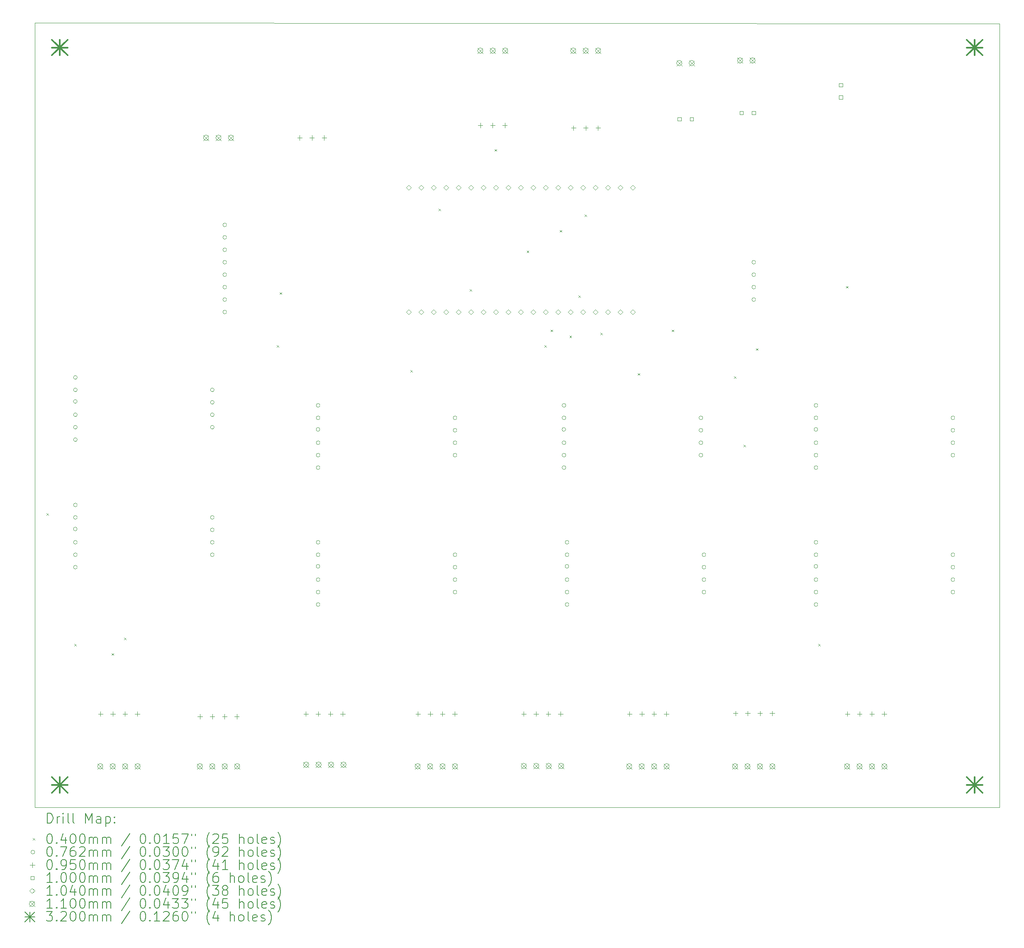
<source format=gbr>
%FSLAX45Y45*%
G04 Gerber Fmt 4.5, Leading zero omitted, Abs format (unit mm)*
G04 Created by KiCad (PCBNEW (6.0.1)) date 2022-04-06 02:01:42*
%MOMM*%
%LPD*%
G01*
G04 APERTURE LIST*
%TA.AperFunction,Profile*%
%ADD10C,0.100000*%
%TD*%
%ADD11C,0.200000*%
%ADD12C,0.040000*%
%ADD13C,0.076200*%
%ADD14C,0.095000*%
%ADD15C,0.100000*%
%ADD16C,0.104000*%
%ADD17C,0.110000*%
%ADD18C,0.320000*%
G04 APERTURE END LIST*
D10*
X2032000Y-1333500D02*
X2032000Y-17351375D01*
X21717000Y-1357313D02*
X21717000Y-17343438D01*
X2032000Y-17351375D02*
X21717000Y-17343438D01*
X21717000Y-1357313D02*
X2032000Y-1333500D01*
D11*
D12*
X2266000Y-11346500D02*
X2306000Y-11386500D01*
X2306000Y-11346500D02*
X2266000Y-11386500D01*
X2837500Y-14013500D02*
X2877500Y-14053500D01*
X2877500Y-14013500D02*
X2837500Y-14053500D01*
X3599500Y-14204000D02*
X3639500Y-14244000D01*
X3639500Y-14204000D02*
X3599500Y-14244000D01*
X3853500Y-13886500D02*
X3893500Y-13926500D01*
X3893500Y-13886500D02*
X3853500Y-13926500D01*
X6965000Y-7917500D02*
X7005000Y-7957500D01*
X7005000Y-7917500D02*
X6965000Y-7957500D01*
X7028500Y-6838000D02*
X7068500Y-6878000D01*
X7068500Y-6838000D02*
X7028500Y-6878000D01*
X9695500Y-8425500D02*
X9735500Y-8465500D01*
X9735500Y-8425500D02*
X9695500Y-8465500D01*
X10267000Y-5132450D02*
X10307000Y-5172450D01*
X10307000Y-5132450D02*
X10267000Y-5172450D01*
X10902000Y-6774500D02*
X10942000Y-6814500D01*
X10942000Y-6774500D02*
X10902000Y-6814500D01*
X11410000Y-3917000D02*
X11450000Y-3957000D01*
X11450000Y-3917000D02*
X11410000Y-3957000D01*
X12068230Y-5989270D02*
X12108230Y-6029270D01*
X12108230Y-5989270D02*
X12068230Y-6029270D01*
X12426000Y-7917500D02*
X12466000Y-7957500D01*
X12466000Y-7917500D02*
X12426000Y-7957500D01*
X12553000Y-7600000D02*
X12593000Y-7640000D01*
X12593000Y-7600000D02*
X12553000Y-7640000D01*
X12743500Y-5568000D02*
X12783500Y-5608000D01*
X12783500Y-5568000D02*
X12743500Y-5608000D01*
X12941500Y-7719500D02*
X12981500Y-7759500D01*
X12981500Y-7719500D02*
X12941500Y-7759500D01*
X13124500Y-6901500D02*
X13164500Y-6941500D01*
X13164500Y-6901500D02*
X13124500Y-6941500D01*
X13251500Y-5250500D02*
X13291500Y-5290500D01*
X13291500Y-5250500D02*
X13251500Y-5290500D01*
X13569000Y-7663500D02*
X13609000Y-7703500D01*
X13609000Y-7663500D02*
X13569000Y-7703500D01*
X14331000Y-8489000D02*
X14371000Y-8529000D01*
X14371000Y-8489000D02*
X14331000Y-8529000D01*
X15029500Y-7600000D02*
X15069500Y-7640000D01*
X15069500Y-7600000D02*
X15029500Y-7640000D01*
X16299500Y-8552500D02*
X16339500Y-8592500D01*
X16339500Y-8552500D02*
X16299500Y-8592500D01*
X16490000Y-9949500D02*
X16530000Y-9989500D01*
X16530000Y-9949500D02*
X16490000Y-9989500D01*
X16744000Y-7981000D02*
X16784000Y-8021000D01*
X16784000Y-7981000D02*
X16744000Y-8021000D01*
X18014000Y-14013500D02*
X18054000Y-14053500D01*
X18054000Y-14013500D02*
X18014000Y-14053500D01*
X18585500Y-6711000D02*
X18625500Y-6751000D01*
X18625500Y-6711000D02*
X18585500Y-6751000D01*
D13*
X2893489Y-9063415D02*
G75*
G03*
X2893489Y-9063415I-38100J0D01*
G01*
X2893489Y-11666915D02*
G75*
G03*
X2893489Y-11666915I-38100J0D01*
G01*
X2895600Y-8572500D02*
G75*
G03*
X2895600Y-8572500I-38100J0D01*
G01*
X2895600Y-8826500D02*
G75*
G03*
X2895600Y-8826500I-38100J0D01*
G01*
X2895600Y-9334500D02*
G75*
G03*
X2895600Y-9334500I-38100J0D01*
G01*
X2895600Y-9588500D02*
G75*
G03*
X2895600Y-9588500I-38100J0D01*
G01*
X2895600Y-9842500D02*
G75*
G03*
X2895600Y-9842500I-38100J0D01*
G01*
X2895600Y-11176000D02*
G75*
G03*
X2895600Y-11176000I-38100J0D01*
G01*
X2895600Y-11430000D02*
G75*
G03*
X2895600Y-11430000I-38100J0D01*
G01*
X2895600Y-11938000D02*
G75*
G03*
X2895600Y-11938000I-38100J0D01*
G01*
X2895600Y-12192000D02*
G75*
G03*
X2895600Y-12192000I-38100J0D01*
G01*
X2895600Y-12446000D02*
G75*
G03*
X2895600Y-12446000I-38100J0D01*
G01*
X5689600Y-8826500D02*
G75*
G03*
X5689600Y-8826500I-38100J0D01*
G01*
X5689600Y-9080500D02*
G75*
G03*
X5689600Y-9080500I-38100J0D01*
G01*
X5689600Y-9334500D02*
G75*
G03*
X5689600Y-9334500I-38100J0D01*
G01*
X5689600Y-9588500D02*
G75*
G03*
X5689600Y-9588500I-38100J0D01*
G01*
X5689600Y-11430000D02*
G75*
G03*
X5689600Y-11430000I-38100J0D01*
G01*
X5689600Y-11684000D02*
G75*
G03*
X5689600Y-11684000I-38100J0D01*
G01*
X5689600Y-11938000D02*
G75*
G03*
X5689600Y-11938000I-38100J0D01*
G01*
X5689600Y-12192000D02*
G75*
G03*
X5689600Y-12192000I-38100J0D01*
G01*
X5943600Y-5461000D02*
G75*
G03*
X5943600Y-5461000I-38100J0D01*
G01*
X5943600Y-5715000D02*
G75*
G03*
X5943600Y-5715000I-38100J0D01*
G01*
X5943600Y-5969000D02*
G75*
G03*
X5943600Y-5969000I-38100J0D01*
G01*
X5943600Y-6223000D02*
G75*
G03*
X5943600Y-6223000I-38100J0D01*
G01*
X5943600Y-6477000D02*
G75*
G03*
X5943600Y-6477000I-38100J0D01*
G01*
X5943600Y-6731000D02*
G75*
G03*
X5943600Y-6731000I-38100J0D01*
G01*
X5943600Y-6985000D02*
G75*
G03*
X5943600Y-6985000I-38100J0D01*
G01*
X5943600Y-7239000D02*
G75*
G03*
X5943600Y-7239000I-38100J0D01*
G01*
X7846489Y-9634915D02*
G75*
G03*
X7846489Y-9634915I-38100J0D01*
G01*
X7846489Y-12428915D02*
G75*
G03*
X7846489Y-12428915I-38100J0D01*
G01*
X7848600Y-9144000D02*
G75*
G03*
X7848600Y-9144000I-38100J0D01*
G01*
X7848600Y-9398000D02*
G75*
G03*
X7848600Y-9398000I-38100J0D01*
G01*
X7848600Y-9906000D02*
G75*
G03*
X7848600Y-9906000I-38100J0D01*
G01*
X7848600Y-10160000D02*
G75*
G03*
X7848600Y-10160000I-38100J0D01*
G01*
X7848600Y-10414000D02*
G75*
G03*
X7848600Y-10414000I-38100J0D01*
G01*
X7848600Y-11938000D02*
G75*
G03*
X7848600Y-11938000I-38100J0D01*
G01*
X7848600Y-12192000D02*
G75*
G03*
X7848600Y-12192000I-38100J0D01*
G01*
X7848600Y-12700000D02*
G75*
G03*
X7848600Y-12700000I-38100J0D01*
G01*
X7848600Y-12954000D02*
G75*
G03*
X7848600Y-12954000I-38100J0D01*
G01*
X7848600Y-13208000D02*
G75*
G03*
X7848600Y-13208000I-38100J0D01*
G01*
X10642600Y-9398000D02*
G75*
G03*
X10642600Y-9398000I-38100J0D01*
G01*
X10642600Y-9652000D02*
G75*
G03*
X10642600Y-9652000I-38100J0D01*
G01*
X10642600Y-9906000D02*
G75*
G03*
X10642600Y-9906000I-38100J0D01*
G01*
X10642600Y-10160000D02*
G75*
G03*
X10642600Y-10160000I-38100J0D01*
G01*
X10642600Y-12192000D02*
G75*
G03*
X10642600Y-12192000I-38100J0D01*
G01*
X10642600Y-12446000D02*
G75*
G03*
X10642600Y-12446000I-38100J0D01*
G01*
X10642600Y-12700000D02*
G75*
G03*
X10642600Y-12700000I-38100J0D01*
G01*
X10642600Y-12954000D02*
G75*
G03*
X10642600Y-12954000I-38100J0D01*
G01*
X12862989Y-9634915D02*
G75*
G03*
X12862989Y-9634915I-38100J0D01*
G01*
X12865100Y-9144000D02*
G75*
G03*
X12865100Y-9144000I-38100J0D01*
G01*
X12865100Y-9398000D02*
G75*
G03*
X12865100Y-9398000I-38100J0D01*
G01*
X12865100Y-9906000D02*
G75*
G03*
X12865100Y-9906000I-38100J0D01*
G01*
X12865100Y-10160000D02*
G75*
G03*
X12865100Y-10160000I-38100J0D01*
G01*
X12865100Y-10414000D02*
G75*
G03*
X12865100Y-10414000I-38100J0D01*
G01*
X12926489Y-12428915D02*
G75*
G03*
X12926489Y-12428915I-38100J0D01*
G01*
X12928600Y-11938000D02*
G75*
G03*
X12928600Y-11938000I-38100J0D01*
G01*
X12928600Y-12192000D02*
G75*
G03*
X12928600Y-12192000I-38100J0D01*
G01*
X12928600Y-12700000D02*
G75*
G03*
X12928600Y-12700000I-38100J0D01*
G01*
X12928600Y-12954000D02*
G75*
G03*
X12928600Y-12954000I-38100J0D01*
G01*
X12928600Y-13208000D02*
G75*
G03*
X12928600Y-13208000I-38100J0D01*
G01*
X15659100Y-9398000D02*
G75*
G03*
X15659100Y-9398000I-38100J0D01*
G01*
X15659100Y-9652000D02*
G75*
G03*
X15659100Y-9652000I-38100J0D01*
G01*
X15659100Y-9906000D02*
G75*
G03*
X15659100Y-9906000I-38100J0D01*
G01*
X15659100Y-10160000D02*
G75*
G03*
X15659100Y-10160000I-38100J0D01*
G01*
X15722600Y-12192000D02*
G75*
G03*
X15722600Y-12192000I-38100J0D01*
G01*
X15722600Y-12446000D02*
G75*
G03*
X15722600Y-12446000I-38100J0D01*
G01*
X15722600Y-12700000D02*
G75*
G03*
X15722600Y-12700000I-38100J0D01*
G01*
X15722600Y-12954000D02*
G75*
G03*
X15722600Y-12954000I-38100J0D01*
G01*
X16738600Y-6223000D02*
G75*
G03*
X16738600Y-6223000I-38100J0D01*
G01*
X16738600Y-6477000D02*
G75*
G03*
X16738600Y-6477000I-38100J0D01*
G01*
X16738600Y-6731000D02*
G75*
G03*
X16738600Y-6731000I-38100J0D01*
G01*
X16738600Y-6985000D02*
G75*
G03*
X16738600Y-6985000I-38100J0D01*
G01*
X18006490Y-9634915D02*
G75*
G03*
X18006490Y-9634915I-38100J0D01*
G01*
X18006490Y-12428915D02*
G75*
G03*
X18006490Y-12428915I-38100J0D01*
G01*
X18008600Y-9144000D02*
G75*
G03*
X18008600Y-9144000I-38100J0D01*
G01*
X18008600Y-9398000D02*
G75*
G03*
X18008600Y-9398000I-38100J0D01*
G01*
X18008600Y-9906000D02*
G75*
G03*
X18008600Y-9906000I-38100J0D01*
G01*
X18008600Y-10160000D02*
G75*
G03*
X18008600Y-10160000I-38100J0D01*
G01*
X18008600Y-10414000D02*
G75*
G03*
X18008600Y-10414000I-38100J0D01*
G01*
X18008600Y-11938000D02*
G75*
G03*
X18008600Y-11938000I-38100J0D01*
G01*
X18008600Y-12192000D02*
G75*
G03*
X18008600Y-12192000I-38100J0D01*
G01*
X18008600Y-12700000D02*
G75*
G03*
X18008600Y-12700000I-38100J0D01*
G01*
X18008600Y-12954000D02*
G75*
G03*
X18008600Y-12954000I-38100J0D01*
G01*
X18008600Y-13208000D02*
G75*
G03*
X18008600Y-13208000I-38100J0D01*
G01*
X20802600Y-9398000D02*
G75*
G03*
X20802600Y-9398000I-38100J0D01*
G01*
X20802600Y-9652000D02*
G75*
G03*
X20802600Y-9652000I-38100J0D01*
G01*
X20802600Y-9906000D02*
G75*
G03*
X20802600Y-9906000I-38100J0D01*
G01*
X20802600Y-10160000D02*
G75*
G03*
X20802600Y-10160000I-38100J0D01*
G01*
X20802600Y-12192000D02*
G75*
G03*
X20802600Y-12192000I-38100J0D01*
G01*
X20802600Y-12446000D02*
G75*
G03*
X20802600Y-12446000I-38100J0D01*
G01*
X20802600Y-12700000D02*
G75*
G03*
X20802600Y-12700000I-38100J0D01*
G01*
X20802600Y-12954000D02*
G75*
G03*
X20802600Y-12954000I-38100J0D01*
G01*
D14*
X3371500Y-15394000D02*
X3371500Y-15489000D01*
X3324000Y-15441500D02*
X3419000Y-15441500D01*
X3621500Y-15394000D02*
X3621500Y-15489000D01*
X3574000Y-15441500D02*
X3669000Y-15441500D01*
X3871500Y-15394000D02*
X3871500Y-15489000D01*
X3824000Y-15441500D02*
X3919000Y-15441500D01*
X4121500Y-15394000D02*
X4121500Y-15489000D01*
X4074000Y-15441500D02*
X4169000Y-15441500D01*
X5401000Y-15446500D02*
X5401000Y-15541500D01*
X5353500Y-15494000D02*
X5448500Y-15494000D01*
X5651000Y-15446500D02*
X5651000Y-15541500D01*
X5603500Y-15494000D02*
X5698500Y-15494000D01*
X5901000Y-15446500D02*
X5901000Y-15541500D01*
X5853500Y-15494000D02*
X5948500Y-15494000D01*
X6151000Y-15446500D02*
X6151000Y-15541500D01*
X6103500Y-15494000D02*
X6198500Y-15494000D01*
X7433500Y-3635500D02*
X7433500Y-3730500D01*
X7386000Y-3683000D02*
X7481000Y-3683000D01*
X7562000Y-15394000D02*
X7562000Y-15489000D01*
X7514500Y-15441500D02*
X7609500Y-15441500D01*
X7683500Y-3635500D02*
X7683500Y-3730500D01*
X7636000Y-3683000D02*
X7731000Y-3683000D01*
X7812000Y-15394000D02*
X7812000Y-15489000D01*
X7764500Y-15441500D02*
X7859500Y-15441500D01*
X7933500Y-3635500D02*
X7933500Y-3730500D01*
X7886000Y-3683000D02*
X7981000Y-3683000D01*
X8062000Y-15394000D02*
X8062000Y-15489000D01*
X8014500Y-15441500D02*
X8109500Y-15441500D01*
X8312000Y-15394000D02*
X8312000Y-15489000D01*
X8264500Y-15441500D02*
X8359500Y-15441500D01*
X9849000Y-15394000D02*
X9849000Y-15489000D01*
X9801500Y-15441500D02*
X9896500Y-15441500D01*
X10099000Y-15394000D02*
X10099000Y-15489000D01*
X10051500Y-15441500D02*
X10146500Y-15441500D01*
X10349000Y-15394000D02*
X10349000Y-15489000D01*
X10301500Y-15441500D02*
X10396500Y-15441500D01*
X10599000Y-15394000D02*
X10599000Y-15489000D01*
X10551500Y-15441500D02*
X10646500Y-15441500D01*
X11120500Y-3381500D02*
X11120500Y-3476500D01*
X11073000Y-3429000D02*
X11168000Y-3429000D01*
X11370500Y-3381500D02*
X11370500Y-3476500D01*
X11323000Y-3429000D02*
X11418000Y-3429000D01*
X11620500Y-3381500D02*
X11620500Y-3476500D01*
X11573000Y-3429000D02*
X11668000Y-3429000D01*
X12007500Y-15394000D02*
X12007500Y-15489000D01*
X11960000Y-15441500D02*
X12055000Y-15441500D01*
X12257500Y-15394000D02*
X12257500Y-15489000D01*
X12210000Y-15441500D02*
X12305000Y-15441500D01*
X12507500Y-15394000D02*
X12507500Y-15489000D01*
X12460000Y-15441500D02*
X12555000Y-15441500D01*
X12757500Y-15394000D02*
X12757500Y-15489000D01*
X12710000Y-15441500D02*
X12805000Y-15441500D01*
X13021500Y-3434000D02*
X13021500Y-3529000D01*
X12974000Y-3481500D02*
X13069000Y-3481500D01*
X13271500Y-3434000D02*
X13271500Y-3529000D01*
X13224000Y-3481500D02*
X13319000Y-3481500D01*
X13521500Y-3434000D02*
X13521500Y-3529000D01*
X13474000Y-3481500D02*
X13569000Y-3481500D01*
X14167000Y-15394000D02*
X14167000Y-15489000D01*
X14119500Y-15441500D02*
X14214500Y-15441500D01*
X14417000Y-15394000D02*
X14417000Y-15489000D01*
X14369500Y-15441500D02*
X14464500Y-15441500D01*
X14667000Y-15394000D02*
X14667000Y-15489000D01*
X14619500Y-15441500D02*
X14714500Y-15441500D01*
X14917000Y-15394000D02*
X14917000Y-15489000D01*
X14869500Y-15441500D02*
X14964500Y-15441500D01*
X16326500Y-15379554D02*
X16326500Y-15474554D01*
X16279000Y-15427054D02*
X16374000Y-15427054D01*
X16576500Y-15379554D02*
X16576500Y-15474554D01*
X16529000Y-15427054D02*
X16624000Y-15427054D01*
X16826500Y-15379554D02*
X16826500Y-15474554D01*
X16779000Y-15427054D02*
X16874000Y-15427054D01*
X17076500Y-15379554D02*
X17076500Y-15474554D01*
X17029000Y-15427054D02*
X17124000Y-15427054D01*
X18611000Y-15394000D02*
X18611000Y-15489000D01*
X18563500Y-15441500D02*
X18658500Y-15441500D01*
X18861000Y-15394000D02*
X18861000Y-15489000D01*
X18813500Y-15441500D02*
X18908500Y-15441500D01*
X19111000Y-15394000D02*
X19111000Y-15489000D01*
X19063500Y-15441500D02*
X19158500Y-15441500D01*
X19361000Y-15394000D02*
X19361000Y-15489000D01*
X19313500Y-15441500D02*
X19408500Y-15441500D01*
D15*
X15219856Y-3337356D02*
X15219856Y-3266644D01*
X15149144Y-3266644D01*
X15149144Y-3337356D01*
X15219856Y-3337356D01*
X15469856Y-3337356D02*
X15469856Y-3266644D01*
X15399144Y-3266644D01*
X15399144Y-3337356D01*
X15469856Y-3337356D01*
X16485856Y-3210356D02*
X16485856Y-3139644D01*
X16415144Y-3139644D01*
X16415144Y-3210356D01*
X16485856Y-3210356D01*
X16735856Y-3210356D02*
X16735856Y-3139644D01*
X16665144Y-3139644D01*
X16665144Y-3210356D01*
X16735856Y-3210356D01*
X18513856Y-2642856D02*
X18513856Y-2572144D01*
X18443144Y-2572144D01*
X18443144Y-2642856D01*
X18513856Y-2642856D01*
X18513856Y-2892856D02*
X18513856Y-2822144D01*
X18443144Y-2822144D01*
X18443144Y-2892856D01*
X18513856Y-2892856D01*
D16*
X9659500Y-4751000D02*
X9711500Y-4699000D01*
X9659500Y-4647000D01*
X9607500Y-4699000D01*
X9659500Y-4751000D01*
X9659500Y-7291000D02*
X9711500Y-7239000D01*
X9659500Y-7187000D01*
X9607500Y-7239000D01*
X9659500Y-7291000D01*
X9913500Y-4751000D02*
X9965500Y-4699000D01*
X9913500Y-4647000D01*
X9861500Y-4699000D01*
X9913500Y-4751000D01*
X9913500Y-7291000D02*
X9965500Y-7239000D01*
X9913500Y-7187000D01*
X9861500Y-7239000D01*
X9913500Y-7291000D01*
X10167500Y-4751000D02*
X10219500Y-4699000D01*
X10167500Y-4647000D01*
X10115500Y-4699000D01*
X10167500Y-4751000D01*
X10167500Y-7291000D02*
X10219500Y-7239000D01*
X10167500Y-7187000D01*
X10115500Y-7239000D01*
X10167500Y-7291000D01*
X10421500Y-4751000D02*
X10473500Y-4699000D01*
X10421500Y-4647000D01*
X10369500Y-4699000D01*
X10421500Y-4751000D01*
X10421500Y-7291000D02*
X10473500Y-7239000D01*
X10421500Y-7187000D01*
X10369500Y-7239000D01*
X10421500Y-7291000D01*
X10675500Y-4751000D02*
X10727500Y-4699000D01*
X10675500Y-4647000D01*
X10623500Y-4699000D01*
X10675500Y-4751000D01*
X10675500Y-7291000D02*
X10727500Y-7239000D01*
X10675500Y-7187000D01*
X10623500Y-7239000D01*
X10675500Y-7291000D01*
X10929500Y-4751000D02*
X10981500Y-4699000D01*
X10929500Y-4647000D01*
X10877500Y-4699000D01*
X10929500Y-4751000D01*
X10929500Y-7291000D02*
X10981500Y-7239000D01*
X10929500Y-7187000D01*
X10877500Y-7239000D01*
X10929500Y-7291000D01*
X11183500Y-4751000D02*
X11235500Y-4699000D01*
X11183500Y-4647000D01*
X11131500Y-4699000D01*
X11183500Y-4751000D01*
X11183500Y-7291000D02*
X11235500Y-7239000D01*
X11183500Y-7187000D01*
X11131500Y-7239000D01*
X11183500Y-7291000D01*
X11437500Y-4751000D02*
X11489500Y-4699000D01*
X11437500Y-4647000D01*
X11385500Y-4699000D01*
X11437500Y-4751000D01*
X11437500Y-7291000D02*
X11489500Y-7239000D01*
X11437500Y-7187000D01*
X11385500Y-7239000D01*
X11437500Y-7291000D01*
X11691500Y-4751000D02*
X11743500Y-4699000D01*
X11691500Y-4647000D01*
X11639500Y-4699000D01*
X11691500Y-4751000D01*
X11691500Y-7291000D02*
X11743500Y-7239000D01*
X11691500Y-7187000D01*
X11639500Y-7239000D01*
X11691500Y-7291000D01*
X11945500Y-4751000D02*
X11997500Y-4699000D01*
X11945500Y-4647000D01*
X11893500Y-4699000D01*
X11945500Y-4751000D01*
X11945500Y-7291000D02*
X11997500Y-7239000D01*
X11945500Y-7187000D01*
X11893500Y-7239000D01*
X11945500Y-7291000D01*
X12199500Y-4751000D02*
X12251500Y-4699000D01*
X12199500Y-4647000D01*
X12147500Y-4699000D01*
X12199500Y-4751000D01*
X12199500Y-7291000D02*
X12251500Y-7239000D01*
X12199500Y-7187000D01*
X12147500Y-7239000D01*
X12199500Y-7291000D01*
X12453500Y-4751000D02*
X12505500Y-4699000D01*
X12453500Y-4647000D01*
X12401500Y-4699000D01*
X12453500Y-4751000D01*
X12453500Y-7291000D02*
X12505500Y-7239000D01*
X12453500Y-7187000D01*
X12401500Y-7239000D01*
X12453500Y-7291000D01*
X12707500Y-4751000D02*
X12759500Y-4699000D01*
X12707500Y-4647000D01*
X12655500Y-4699000D01*
X12707500Y-4751000D01*
X12707500Y-7291000D02*
X12759500Y-7239000D01*
X12707500Y-7187000D01*
X12655500Y-7239000D01*
X12707500Y-7291000D01*
X12961500Y-4751000D02*
X13013500Y-4699000D01*
X12961500Y-4647000D01*
X12909500Y-4699000D01*
X12961500Y-4751000D01*
X12961500Y-7291000D02*
X13013500Y-7239000D01*
X12961500Y-7187000D01*
X12909500Y-7239000D01*
X12961500Y-7291000D01*
X13215500Y-4751000D02*
X13267500Y-4699000D01*
X13215500Y-4647000D01*
X13163500Y-4699000D01*
X13215500Y-4751000D01*
X13215500Y-7291000D02*
X13267500Y-7239000D01*
X13215500Y-7187000D01*
X13163500Y-7239000D01*
X13215500Y-7291000D01*
X13469500Y-4751000D02*
X13521500Y-4699000D01*
X13469500Y-4647000D01*
X13417500Y-4699000D01*
X13469500Y-4751000D01*
X13469500Y-7291000D02*
X13521500Y-7239000D01*
X13469500Y-7187000D01*
X13417500Y-7239000D01*
X13469500Y-7291000D01*
X13723500Y-4751000D02*
X13775500Y-4699000D01*
X13723500Y-4647000D01*
X13671500Y-4699000D01*
X13723500Y-4751000D01*
X13723500Y-7291000D02*
X13775500Y-7239000D01*
X13723500Y-7187000D01*
X13671500Y-7239000D01*
X13723500Y-7291000D01*
X13977500Y-4751000D02*
X14029500Y-4699000D01*
X13977500Y-4647000D01*
X13925500Y-4699000D01*
X13977500Y-4751000D01*
X13977500Y-7291000D02*
X14029500Y-7239000D01*
X13977500Y-7187000D01*
X13925500Y-7239000D01*
X13977500Y-7291000D01*
X14231500Y-4751000D02*
X14283500Y-4699000D01*
X14231500Y-4647000D01*
X14179500Y-4699000D01*
X14231500Y-4751000D01*
X14231500Y-7291000D02*
X14283500Y-7239000D01*
X14231500Y-7187000D01*
X14179500Y-7239000D01*
X14231500Y-7291000D01*
D17*
X3310000Y-16455000D02*
X3420000Y-16565000D01*
X3420000Y-16455000D02*
X3310000Y-16565000D01*
X3420000Y-16510000D02*
G75*
G03*
X3420000Y-16510000I-55000J0D01*
G01*
X3564000Y-16455000D02*
X3674000Y-16565000D01*
X3674000Y-16455000D02*
X3564000Y-16565000D01*
X3674000Y-16510000D02*
G75*
G03*
X3674000Y-16510000I-55000J0D01*
G01*
X3818000Y-16455000D02*
X3928000Y-16565000D01*
X3928000Y-16455000D02*
X3818000Y-16565000D01*
X3928000Y-16510000D02*
G75*
G03*
X3928000Y-16510000I-55000J0D01*
G01*
X4072000Y-16455000D02*
X4182000Y-16565000D01*
X4182000Y-16455000D02*
X4072000Y-16565000D01*
X4182000Y-16510000D02*
G75*
G03*
X4182000Y-16510000I-55000J0D01*
G01*
X5342000Y-16455000D02*
X5452000Y-16565000D01*
X5452000Y-16455000D02*
X5342000Y-16565000D01*
X5452000Y-16510000D02*
G75*
G03*
X5452000Y-16510000I-55000J0D01*
G01*
X5469500Y-3628000D02*
X5579500Y-3738000D01*
X5579500Y-3628000D02*
X5469500Y-3738000D01*
X5579500Y-3683000D02*
G75*
G03*
X5579500Y-3683000I-55000J0D01*
G01*
X5596000Y-16455000D02*
X5706000Y-16565000D01*
X5706000Y-16455000D02*
X5596000Y-16565000D01*
X5706000Y-16510000D02*
G75*
G03*
X5706000Y-16510000I-55000J0D01*
G01*
X5723500Y-3628000D02*
X5833500Y-3738000D01*
X5833500Y-3628000D02*
X5723500Y-3738000D01*
X5833500Y-3683000D02*
G75*
G03*
X5833500Y-3683000I-55000J0D01*
G01*
X5850000Y-16455000D02*
X5960000Y-16565000D01*
X5960000Y-16455000D02*
X5850000Y-16565000D01*
X5960000Y-16510000D02*
G75*
G03*
X5960000Y-16510000I-55000J0D01*
G01*
X5977500Y-3628000D02*
X6087500Y-3738000D01*
X6087500Y-3628000D02*
X5977500Y-3738000D01*
X6087500Y-3683000D02*
G75*
G03*
X6087500Y-3683000I-55000J0D01*
G01*
X6104000Y-16455000D02*
X6214000Y-16565000D01*
X6214000Y-16455000D02*
X6104000Y-16565000D01*
X6214000Y-16510000D02*
G75*
G03*
X6214000Y-16510000I-55000J0D01*
G01*
X7511566Y-16421558D02*
X7621566Y-16531558D01*
X7621566Y-16421558D02*
X7511566Y-16531558D01*
X7621566Y-16476558D02*
G75*
G03*
X7621566Y-16476558I-55000J0D01*
G01*
X7765566Y-16421558D02*
X7875566Y-16531558D01*
X7875566Y-16421558D02*
X7765566Y-16531558D01*
X7875566Y-16476558D02*
G75*
G03*
X7875566Y-16476558I-55000J0D01*
G01*
X8019566Y-16421558D02*
X8129566Y-16531558D01*
X8129566Y-16421558D02*
X8019566Y-16531558D01*
X8129566Y-16476558D02*
G75*
G03*
X8129566Y-16476558I-55000J0D01*
G01*
X8273566Y-16421558D02*
X8383566Y-16531558D01*
X8383566Y-16421558D02*
X8273566Y-16531558D01*
X8383566Y-16476558D02*
G75*
G03*
X8383566Y-16476558I-55000J0D01*
G01*
X9787500Y-16455000D02*
X9897500Y-16565000D01*
X9897500Y-16455000D02*
X9787500Y-16565000D01*
X9897500Y-16510000D02*
G75*
G03*
X9897500Y-16510000I-55000J0D01*
G01*
X10041500Y-16455000D02*
X10151500Y-16565000D01*
X10151500Y-16455000D02*
X10041500Y-16565000D01*
X10151500Y-16510000D02*
G75*
G03*
X10151500Y-16510000I-55000J0D01*
G01*
X10295500Y-16455000D02*
X10405500Y-16565000D01*
X10405500Y-16455000D02*
X10295500Y-16565000D01*
X10405500Y-16510000D02*
G75*
G03*
X10405500Y-16510000I-55000J0D01*
G01*
X10549500Y-16455000D02*
X10659500Y-16565000D01*
X10659500Y-16455000D02*
X10549500Y-16565000D01*
X10659500Y-16510000D02*
G75*
G03*
X10659500Y-16510000I-55000J0D01*
G01*
X11065500Y-1850000D02*
X11175500Y-1960000D01*
X11175500Y-1850000D02*
X11065500Y-1960000D01*
X11175500Y-1905000D02*
G75*
G03*
X11175500Y-1905000I-55000J0D01*
G01*
X11319500Y-1850000D02*
X11429500Y-1960000D01*
X11429500Y-1850000D02*
X11319500Y-1960000D01*
X11429500Y-1905000D02*
G75*
G03*
X11429500Y-1905000I-55000J0D01*
G01*
X11573500Y-1850000D02*
X11683500Y-1960000D01*
X11683500Y-1850000D02*
X11573500Y-1960000D01*
X11683500Y-1905000D02*
G75*
G03*
X11683500Y-1905000I-55000J0D01*
G01*
X11952798Y-16446996D02*
X12062798Y-16556996D01*
X12062798Y-16446996D02*
X11952798Y-16556996D01*
X12062798Y-16501996D02*
G75*
G03*
X12062798Y-16501996I-55000J0D01*
G01*
X12206798Y-16446996D02*
X12316798Y-16556996D01*
X12316798Y-16446996D02*
X12206798Y-16556996D01*
X12316798Y-16501996D02*
G75*
G03*
X12316798Y-16501996I-55000J0D01*
G01*
X12460798Y-16446996D02*
X12570798Y-16556996D01*
X12570798Y-16446996D02*
X12460798Y-16556996D01*
X12570798Y-16501996D02*
G75*
G03*
X12570798Y-16501996I-55000J0D01*
G01*
X12714798Y-16446996D02*
X12824798Y-16556996D01*
X12824798Y-16446996D02*
X12714798Y-16556996D01*
X12824798Y-16501996D02*
G75*
G03*
X12824798Y-16501996I-55000J0D01*
G01*
X12962500Y-1850000D02*
X13072500Y-1960000D01*
X13072500Y-1850000D02*
X12962500Y-1960000D01*
X13072500Y-1905000D02*
G75*
G03*
X13072500Y-1905000I-55000J0D01*
G01*
X13216500Y-1850000D02*
X13326500Y-1960000D01*
X13326500Y-1850000D02*
X13216500Y-1960000D01*
X13326500Y-1905000D02*
G75*
G03*
X13326500Y-1905000I-55000J0D01*
G01*
X13470500Y-1850000D02*
X13580500Y-1960000D01*
X13580500Y-1850000D02*
X13470500Y-1960000D01*
X13580500Y-1905000D02*
G75*
G03*
X13580500Y-1905000I-55000J0D01*
G01*
X14105500Y-16455000D02*
X14215500Y-16565000D01*
X14215500Y-16455000D02*
X14105500Y-16565000D01*
X14215500Y-16510000D02*
G75*
G03*
X14215500Y-16510000I-55000J0D01*
G01*
X14359500Y-16455000D02*
X14469500Y-16565000D01*
X14469500Y-16455000D02*
X14359500Y-16565000D01*
X14469500Y-16510000D02*
G75*
G03*
X14469500Y-16510000I-55000J0D01*
G01*
X14613500Y-16455000D02*
X14723500Y-16565000D01*
X14723500Y-16455000D02*
X14613500Y-16565000D01*
X14723500Y-16510000D02*
G75*
G03*
X14723500Y-16510000I-55000J0D01*
G01*
X14867500Y-16455000D02*
X14977500Y-16565000D01*
X14977500Y-16455000D02*
X14867500Y-16565000D01*
X14977500Y-16510000D02*
G75*
G03*
X14977500Y-16510000I-55000J0D01*
G01*
X15125500Y-2104000D02*
X15235500Y-2214000D01*
X15235500Y-2104000D02*
X15125500Y-2214000D01*
X15235500Y-2159000D02*
G75*
G03*
X15235500Y-2159000I-55000J0D01*
G01*
X15379500Y-2104000D02*
X15489500Y-2214000D01*
X15489500Y-2104000D02*
X15379500Y-2214000D01*
X15489500Y-2159000D02*
G75*
G03*
X15489500Y-2159000I-55000J0D01*
G01*
X16263500Y-16455000D02*
X16373500Y-16565000D01*
X16373500Y-16455000D02*
X16263500Y-16565000D01*
X16373500Y-16510000D02*
G75*
G03*
X16373500Y-16510000I-55000J0D01*
G01*
X16366500Y-2050000D02*
X16476500Y-2160000D01*
X16476500Y-2050000D02*
X16366500Y-2160000D01*
X16476500Y-2105000D02*
G75*
G03*
X16476500Y-2105000I-55000J0D01*
G01*
X16517500Y-16455000D02*
X16627500Y-16565000D01*
X16627500Y-16455000D02*
X16517500Y-16565000D01*
X16627500Y-16510000D02*
G75*
G03*
X16627500Y-16510000I-55000J0D01*
G01*
X16620500Y-2050000D02*
X16730500Y-2160000D01*
X16730500Y-2050000D02*
X16620500Y-2160000D01*
X16730500Y-2105000D02*
G75*
G03*
X16730500Y-2105000I-55000J0D01*
G01*
X16771500Y-16455000D02*
X16881500Y-16565000D01*
X16881500Y-16455000D02*
X16771500Y-16565000D01*
X16881500Y-16510000D02*
G75*
G03*
X16881500Y-16510000I-55000J0D01*
G01*
X17025500Y-16455000D02*
X17135500Y-16565000D01*
X17135500Y-16455000D02*
X17025500Y-16565000D01*
X17135500Y-16510000D02*
G75*
G03*
X17135500Y-16510000I-55000J0D01*
G01*
X18549500Y-16455000D02*
X18659500Y-16565000D01*
X18659500Y-16455000D02*
X18549500Y-16565000D01*
X18659500Y-16510000D02*
G75*
G03*
X18659500Y-16510000I-55000J0D01*
G01*
X18803500Y-16455000D02*
X18913500Y-16565000D01*
X18913500Y-16455000D02*
X18803500Y-16565000D01*
X18913500Y-16510000D02*
G75*
G03*
X18913500Y-16510000I-55000J0D01*
G01*
X19057500Y-16455000D02*
X19167500Y-16565000D01*
X19167500Y-16455000D02*
X19057500Y-16565000D01*
X19167500Y-16510000D02*
G75*
G03*
X19167500Y-16510000I-55000J0D01*
G01*
X19311500Y-16455000D02*
X19421500Y-16565000D01*
X19421500Y-16455000D02*
X19311500Y-16565000D01*
X19421500Y-16510000D02*
G75*
G03*
X19421500Y-16510000I-55000J0D01*
G01*
D18*
X2380000Y-1681500D02*
X2700000Y-2001500D01*
X2700000Y-1681500D02*
X2380000Y-2001500D01*
X2540000Y-1681500D02*
X2540000Y-2001500D01*
X2380000Y-1841500D02*
X2700000Y-1841500D01*
X2380000Y-16731000D02*
X2700000Y-17051000D01*
X2700000Y-16731000D02*
X2380000Y-17051000D01*
X2540000Y-16731000D02*
X2540000Y-17051000D01*
X2380000Y-16891000D02*
X2700000Y-16891000D01*
X21049000Y-1681500D02*
X21369000Y-2001500D01*
X21369000Y-1681500D02*
X21049000Y-2001500D01*
X21209000Y-1681500D02*
X21209000Y-2001500D01*
X21049000Y-1841500D02*
X21369000Y-1841500D01*
X21049000Y-16731000D02*
X21369000Y-17051000D01*
X21369000Y-16731000D02*
X21049000Y-17051000D01*
X21209000Y-16731000D02*
X21209000Y-17051000D01*
X21049000Y-16891000D02*
X21369000Y-16891000D01*
D11*
X2284619Y-17666851D02*
X2284619Y-17466851D01*
X2332238Y-17466851D01*
X2360810Y-17476375D01*
X2379857Y-17495423D01*
X2389381Y-17514470D01*
X2398905Y-17552565D01*
X2398905Y-17581137D01*
X2389381Y-17619232D01*
X2379857Y-17638280D01*
X2360810Y-17657327D01*
X2332238Y-17666851D01*
X2284619Y-17666851D01*
X2484619Y-17666851D02*
X2484619Y-17533518D01*
X2484619Y-17571613D02*
X2494143Y-17552565D01*
X2503667Y-17543042D01*
X2522714Y-17533518D01*
X2541762Y-17533518D01*
X2608429Y-17666851D02*
X2608429Y-17533518D01*
X2608429Y-17466851D02*
X2598905Y-17476375D01*
X2608429Y-17485899D01*
X2617952Y-17476375D01*
X2608429Y-17466851D01*
X2608429Y-17485899D01*
X2732238Y-17666851D02*
X2713190Y-17657327D01*
X2703667Y-17638280D01*
X2703667Y-17466851D01*
X2837000Y-17666851D02*
X2817952Y-17657327D01*
X2808428Y-17638280D01*
X2808428Y-17466851D01*
X3065571Y-17666851D02*
X3065571Y-17466851D01*
X3132238Y-17609708D01*
X3198905Y-17466851D01*
X3198905Y-17666851D01*
X3379857Y-17666851D02*
X3379857Y-17562089D01*
X3370333Y-17543042D01*
X3351286Y-17533518D01*
X3313190Y-17533518D01*
X3294143Y-17543042D01*
X3379857Y-17657327D02*
X3360809Y-17666851D01*
X3313190Y-17666851D01*
X3294143Y-17657327D01*
X3284619Y-17638280D01*
X3284619Y-17619232D01*
X3294143Y-17600185D01*
X3313190Y-17590661D01*
X3360809Y-17590661D01*
X3379857Y-17581137D01*
X3475095Y-17533518D02*
X3475095Y-17733518D01*
X3475095Y-17543042D02*
X3494143Y-17533518D01*
X3532238Y-17533518D01*
X3551286Y-17543042D01*
X3560809Y-17552565D01*
X3570333Y-17571613D01*
X3570333Y-17628756D01*
X3560809Y-17647804D01*
X3551286Y-17657327D01*
X3532238Y-17666851D01*
X3494143Y-17666851D01*
X3475095Y-17657327D01*
X3656048Y-17647804D02*
X3665571Y-17657327D01*
X3656048Y-17666851D01*
X3646524Y-17657327D01*
X3656048Y-17647804D01*
X3656048Y-17666851D01*
X3656048Y-17543042D02*
X3665571Y-17552565D01*
X3656048Y-17562089D01*
X3646524Y-17552565D01*
X3656048Y-17543042D01*
X3656048Y-17562089D01*
D12*
X1987000Y-17976375D02*
X2027000Y-18016375D01*
X2027000Y-17976375D02*
X1987000Y-18016375D01*
D11*
X2322714Y-17886851D02*
X2341762Y-17886851D01*
X2360810Y-17896375D01*
X2370333Y-17905899D01*
X2379857Y-17924946D01*
X2389381Y-17963042D01*
X2389381Y-18010661D01*
X2379857Y-18048756D01*
X2370333Y-18067804D01*
X2360810Y-18077327D01*
X2341762Y-18086851D01*
X2322714Y-18086851D01*
X2303667Y-18077327D01*
X2294143Y-18067804D01*
X2284619Y-18048756D01*
X2275095Y-18010661D01*
X2275095Y-17963042D01*
X2284619Y-17924946D01*
X2294143Y-17905899D01*
X2303667Y-17896375D01*
X2322714Y-17886851D01*
X2475095Y-18067804D02*
X2484619Y-18077327D01*
X2475095Y-18086851D01*
X2465571Y-18077327D01*
X2475095Y-18067804D01*
X2475095Y-18086851D01*
X2656048Y-17953518D02*
X2656048Y-18086851D01*
X2608429Y-17877327D02*
X2560810Y-18020185D01*
X2684619Y-18020185D01*
X2798905Y-17886851D02*
X2817952Y-17886851D01*
X2837000Y-17896375D01*
X2846524Y-17905899D01*
X2856048Y-17924946D01*
X2865571Y-17963042D01*
X2865571Y-18010661D01*
X2856048Y-18048756D01*
X2846524Y-18067804D01*
X2837000Y-18077327D01*
X2817952Y-18086851D01*
X2798905Y-18086851D01*
X2779857Y-18077327D01*
X2770333Y-18067804D01*
X2760810Y-18048756D01*
X2751286Y-18010661D01*
X2751286Y-17963042D01*
X2760810Y-17924946D01*
X2770333Y-17905899D01*
X2779857Y-17896375D01*
X2798905Y-17886851D01*
X2989381Y-17886851D02*
X3008428Y-17886851D01*
X3027476Y-17896375D01*
X3037000Y-17905899D01*
X3046524Y-17924946D01*
X3056048Y-17963042D01*
X3056048Y-18010661D01*
X3046524Y-18048756D01*
X3037000Y-18067804D01*
X3027476Y-18077327D01*
X3008428Y-18086851D01*
X2989381Y-18086851D01*
X2970333Y-18077327D01*
X2960809Y-18067804D01*
X2951286Y-18048756D01*
X2941762Y-18010661D01*
X2941762Y-17963042D01*
X2951286Y-17924946D01*
X2960809Y-17905899D01*
X2970333Y-17896375D01*
X2989381Y-17886851D01*
X3141762Y-18086851D02*
X3141762Y-17953518D01*
X3141762Y-17972565D02*
X3151286Y-17963042D01*
X3170333Y-17953518D01*
X3198905Y-17953518D01*
X3217952Y-17963042D01*
X3227476Y-17982089D01*
X3227476Y-18086851D01*
X3227476Y-17982089D02*
X3237000Y-17963042D01*
X3256048Y-17953518D01*
X3284619Y-17953518D01*
X3303667Y-17963042D01*
X3313190Y-17982089D01*
X3313190Y-18086851D01*
X3408428Y-18086851D02*
X3408428Y-17953518D01*
X3408428Y-17972565D02*
X3417952Y-17963042D01*
X3437000Y-17953518D01*
X3465571Y-17953518D01*
X3484619Y-17963042D01*
X3494143Y-17982089D01*
X3494143Y-18086851D01*
X3494143Y-17982089D02*
X3503667Y-17963042D01*
X3522714Y-17953518D01*
X3551286Y-17953518D01*
X3570333Y-17963042D01*
X3579857Y-17982089D01*
X3579857Y-18086851D01*
X3970333Y-17877327D02*
X3798905Y-18134470D01*
X4227476Y-17886851D02*
X4246524Y-17886851D01*
X4265571Y-17896375D01*
X4275095Y-17905899D01*
X4284619Y-17924946D01*
X4294143Y-17963042D01*
X4294143Y-18010661D01*
X4284619Y-18048756D01*
X4275095Y-18067804D01*
X4265571Y-18077327D01*
X4246524Y-18086851D01*
X4227476Y-18086851D01*
X4208429Y-18077327D01*
X4198905Y-18067804D01*
X4189381Y-18048756D01*
X4179857Y-18010661D01*
X4179857Y-17963042D01*
X4189381Y-17924946D01*
X4198905Y-17905899D01*
X4208429Y-17896375D01*
X4227476Y-17886851D01*
X4379857Y-18067804D02*
X4389381Y-18077327D01*
X4379857Y-18086851D01*
X4370333Y-18077327D01*
X4379857Y-18067804D01*
X4379857Y-18086851D01*
X4513190Y-17886851D02*
X4532238Y-17886851D01*
X4551286Y-17896375D01*
X4560810Y-17905899D01*
X4570333Y-17924946D01*
X4579857Y-17963042D01*
X4579857Y-18010661D01*
X4570333Y-18048756D01*
X4560810Y-18067804D01*
X4551286Y-18077327D01*
X4532238Y-18086851D01*
X4513190Y-18086851D01*
X4494143Y-18077327D01*
X4484619Y-18067804D01*
X4475095Y-18048756D01*
X4465571Y-18010661D01*
X4465571Y-17963042D01*
X4475095Y-17924946D01*
X4484619Y-17905899D01*
X4494143Y-17896375D01*
X4513190Y-17886851D01*
X4770333Y-18086851D02*
X4656048Y-18086851D01*
X4713190Y-18086851D02*
X4713190Y-17886851D01*
X4694143Y-17915423D01*
X4675095Y-17934470D01*
X4656048Y-17943994D01*
X4951286Y-17886851D02*
X4856048Y-17886851D01*
X4846524Y-17982089D01*
X4856048Y-17972565D01*
X4875095Y-17963042D01*
X4922714Y-17963042D01*
X4941762Y-17972565D01*
X4951286Y-17982089D01*
X4960810Y-18001137D01*
X4960810Y-18048756D01*
X4951286Y-18067804D01*
X4941762Y-18077327D01*
X4922714Y-18086851D01*
X4875095Y-18086851D01*
X4856048Y-18077327D01*
X4846524Y-18067804D01*
X5027476Y-17886851D02*
X5160810Y-17886851D01*
X5075095Y-18086851D01*
X5227476Y-17886851D02*
X5227476Y-17924946D01*
X5303667Y-17886851D02*
X5303667Y-17924946D01*
X5598905Y-18163042D02*
X5589381Y-18153518D01*
X5570333Y-18124946D01*
X5560810Y-18105899D01*
X5551286Y-18077327D01*
X5541762Y-18029708D01*
X5541762Y-17991613D01*
X5551286Y-17943994D01*
X5560810Y-17915423D01*
X5570333Y-17896375D01*
X5589381Y-17867804D01*
X5598905Y-17858280D01*
X5665571Y-17905899D02*
X5675095Y-17896375D01*
X5694143Y-17886851D01*
X5741762Y-17886851D01*
X5760809Y-17896375D01*
X5770333Y-17905899D01*
X5779857Y-17924946D01*
X5779857Y-17943994D01*
X5770333Y-17972565D01*
X5656048Y-18086851D01*
X5779857Y-18086851D01*
X5960809Y-17886851D02*
X5865571Y-17886851D01*
X5856048Y-17982089D01*
X5865571Y-17972565D01*
X5884619Y-17963042D01*
X5932238Y-17963042D01*
X5951286Y-17972565D01*
X5960809Y-17982089D01*
X5970333Y-18001137D01*
X5970333Y-18048756D01*
X5960809Y-18067804D01*
X5951286Y-18077327D01*
X5932238Y-18086851D01*
X5884619Y-18086851D01*
X5865571Y-18077327D01*
X5856048Y-18067804D01*
X6208428Y-18086851D02*
X6208428Y-17886851D01*
X6294143Y-18086851D02*
X6294143Y-17982089D01*
X6284619Y-17963042D01*
X6265571Y-17953518D01*
X6237000Y-17953518D01*
X6217952Y-17963042D01*
X6208428Y-17972565D01*
X6417952Y-18086851D02*
X6398905Y-18077327D01*
X6389381Y-18067804D01*
X6379857Y-18048756D01*
X6379857Y-17991613D01*
X6389381Y-17972565D01*
X6398905Y-17963042D01*
X6417952Y-17953518D01*
X6446524Y-17953518D01*
X6465571Y-17963042D01*
X6475095Y-17972565D01*
X6484619Y-17991613D01*
X6484619Y-18048756D01*
X6475095Y-18067804D01*
X6465571Y-18077327D01*
X6446524Y-18086851D01*
X6417952Y-18086851D01*
X6598905Y-18086851D02*
X6579857Y-18077327D01*
X6570333Y-18058280D01*
X6570333Y-17886851D01*
X6751286Y-18077327D02*
X6732238Y-18086851D01*
X6694143Y-18086851D01*
X6675095Y-18077327D01*
X6665571Y-18058280D01*
X6665571Y-17982089D01*
X6675095Y-17963042D01*
X6694143Y-17953518D01*
X6732238Y-17953518D01*
X6751286Y-17963042D01*
X6760809Y-17982089D01*
X6760809Y-18001137D01*
X6665571Y-18020185D01*
X6837000Y-18077327D02*
X6856048Y-18086851D01*
X6894143Y-18086851D01*
X6913190Y-18077327D01*
X6922714Y-18058280D01*
X6922714Y-18048756D01*
X6913190Y-18029708D01*
X6894143Y-18020185D01*
X6865571Y-18020185D01*
X6846524Y-18010661D01*
X6837000Y-17991613D01*
X6837000Y-17982089D01*
X6846524Y-17963042D01*
X6865571Y-17953518D01*
X6894143Y-17953518D01*
X6913190Y-17963042D01*
X6989381Y-18163042D02*
X6998905Y-18153518D01*
X7017952Y-18124946D01*
X7027476Y-18105899D01*
X7037000Y-18077327D01*
X7046524Y-18029708D01*
X7046524Y-17991613D01*
X7037000Y-17943994D01*
X7027476Y-17915423D01*
X7017952Y-17896375D01*
X6998905Y-17867804D01*
X6989381Y-17858280D01*
D13*
X2027000Y-18260375D02*
G75*
G03*
X2027000Y-18260375I-38100J0D01*
G01*
D11*
X2322714Y-18150851D02*
X2341762Y-18150851D01*
X2360810Y-18160375D01*
X2370333Y-18169899D01*
X2379857Y-18188946D01*
X2389381Y-18227042D01*
X2389381Y-18274661D01*
X2379857Y-18312756D01*
X2370333Y-18331804D01*
X2360810Y-18341327D01*
X2341762Y-18350851D01*
X2322714Y-18350851D01*
X2303667Y-18341327D01*
X2294143Y-18331804D01*
X2284619Y-18312756D01*
X2275095Y-18274661D01*
X2275095Y-18227042D01*
X2284619Y-18188946D01*
X2294143Y-18169899D01*
X2303667Y-18160375D01*
X2322714Y-18150851D01*
X2475095Y-18331804D02*
X2484619Y-18341327D01*
X2475095Y-18350851D01*
X2465571Y-18341327D01*
X2475095Y-18331804D01*
X2475095Y-18350851D01*
X2551286Y-18150851D02*
X2684619Y-18150851D01*
X2598905Y-18350851D01*
X2846524Y-18150851D02*
X2808428Y-18150851D01*
X2789381Y-18160375D01*
X2779857Y-18169899D01*
X2760810Y-18198470D01*
X2751286Y-18236565D01*
X2751286Y-18312756D01*
X2760810Y-18331804D01*
X2770333Y-18341327D01*
X2789381Y-18350851D01*
X2827476Y-18350851D01*
X2846524Y-18341327D01*
X2856048Y-18331804D01*
X2865571Y-18312756D01*
X2865571Y-18265137D01*
X2856048Y-18246089D01*
X2846524Y-18236565D01*
X2827476Y-18227042D01*
X2789381Y-18227042D01*
X2770333Y-18236565D01*
X2760810Y-18246089D01*
X2751286Y-18265137D01*
X2941762Y-18169899D02*
X2951286Y-18160375D01*
X2970333Y-18150851D01*
X3017952Y-18150851D01*
X3037000Y-18160375D01*
X3046524Y-18169899D01*
X3056048Y-18188946D01*
X3056048Y-18207994D01*
X3046524Y-18236565D01*
X2932238Y-18350851D01*
X3056048Y-18350851D01*
X3141762Y-18350851D02*
X3141762Y-18217518D01*
X3141762Y-18236565D02*
X3151286Y-18227042D01*
X3170333Y-18217518D01*
X3198905Y-18217518D01*
X3217952Y-18227042D01*
X3227476Y-18246089D01*
X3227476Y-18350851D01*
X3227476Y-18246089D02*
X3237000Y-18227042D01*
X3256048Y-18217518D01*
X3284619Y-18217518D01*
X3303667Y-18227042D01*
X3313190Y-18246089D01*
X3313190Y-18350851D01*
X3408428Y-18350851D02*
X3408428Y-18217518D01*
X3408428Y-18236565D02*
X3417952Y-18227042D01*
X3437000Y-18217518D01*
X3465571Y-18217518D01*
X3484619Y-18227042D01*
X3494143Y-18246089D01*
X3494143Y-18350851D01*
X3494143Y-18246089D02*
X3503667Y-18227042D01*
X3522714Y-18217518D01*
X3551286Y-18217518D01*
X3570333Y-18227042D01*
X3579857Y-18246089D01*
X3579857Y-18350851D01*
X3970333Y-18141327D02*
X3798905Y-18398470D01*
X4227476Y-18150851D02*
X4246524Y-18150851D01*
X4265571Y-18160375D01*
X4275095Y-18169899D01*
X4284619Y-18188946D01*
X4294143Y-18227042D01*
X4294143Y-18274661D01*
X4284619Y-18312756D01*
X4275095Y-18331804D01*
X4265571Y-18341327D01*
X4246524Y-18350851D01*
X4227476Y-18350851D01*
X4208429Y-18341327D01*
X4198905Y-18331804D01*
X4189381Y-18312756D01*
X4179857Y-18274661D01*
X4179857Y-18227042D01*
X4189381Y-18188946D01*
X4198905Y-18169899D01*
X4208429Y-18160375D01*
X4227476Y-18150851D01*
X4379857Y-18331804D02*
X4389381Y-18341327D01*
X4379857Y-18350851D01*
X4370333Y-18341327D01*
X4379857Y-18331804D01*
X4379857Y-18350851D01*
X4513190Y-18150851D02*
X4532238Y-18150851D01*
X4551286Y-18160375D01*
X4560810Y-18169899D01*
X4570333Y-18188946D01*
X4579857Y-18227042D01*
X4579857Y-18274661D01*
X4570333Y-18312756D01*
X4560810Y-18331804D01*
X4551286Y-18341327D01*
X4532238Y-18350851D01*
X4513190Y-18350851D01*
X4494143Y-18341327D01*
X4484619Y-18331804D01*
X4475095Y-18312756D01*
X4465571Y-18274661D01*
X4465571Y-18227042D01*
X4475095Y-18188946D01*
X4484619Y-18169899D01*
X4494143Y-18160375D01*
X4513190Y-18150851D01*
X4646524Y-18150851D02*
X4770333Y-18150851D01*
X4703667Y-18227042D01*
X4732238Y-18227042D01*
X4751286Y-18236565D01*
X4760810Y-18246089D01*
X4770333Y-18265137D01*
X4770333Y-18312756D01*
X4760810Y-18331804D01*
X4751286Y-18341327D01*
X4732238Y-18350851D01*
X4675095Y-18350851D01*
X4656048Y-18341327D01*
X4646524Y-18331804D01*
X4894143Y-18150851D02*
X4913190Y-18150851D01*
X4932238Y-18160375D01*
X4941762Y-18169899D01*
X4951286Y-18188946D01*
X4960810Y-18227042D01*
X4960810Y-18274661D01*
X4951286Y-18312756D01*
X4941762Y-18331804D01*
X4932238Y-18341327D01*
X4913190Y-18350851D01*
X4894143Y-18350851D01*
X4875095Y-18341327D01*
X4865571Y-18331804D01*
X4856048Y-18312756D01*
X4846524Y-18274661D01*
X4846524Y-18227042D01*
X4856048Y-18188946D01*
X4865571Y-18169899D01*
X4875095Y-18160375D01*
X4894143Y-18150851D01*
X5084619Y-18150851D02*
X5103667Y-18150851D01*
X5122714Y-18160375D01*
X5132238Y-18169899D01*
X5141762Y-18188946D01*
X5151286Y-18227042D01*
X5151286Y-18274661D01*
X5141762Y-18312756D01*
X5132238Y-18331804D01*
X5122714Y-18341327D01*
X5103667Y-18350851D01*
X5084619Y-18350851D01*
X5065571Y-18341327D01*
X5056048Y-18331804D01*
X5046524Y-18312756D01*
X5037000Y-18274661D01*
X5037000Y-18227042D01*
X5046524Y-18188946D01*
X5056048Y-18169899D01*
X5065571Y-18160375D01*
X5084619Y-18150851D01*
X5227476Y-18150851D02*
X5227476Y-18188946D01*
X5303667Y-18150851D02*
X5303667Y-18188946D01*
X5598905Y-18427042D02*
X5589381Y-18417518D01*
X5570333Y-18388946D01*
X5560810Y-18369899D01*
X5551286Y-18341327D01*
X5541762Y-18293708D01*
X5541762Y-18255613D01*
X5551286Y-18207994D01*
X5560810Y-18179423D01*
X5570333Y-18160375D01*
X5589381Y-18131804D01*
X5598905Y-18122280D01*
X5684619Y-18350851D02*
X5722714Y-18350851D01*
X5741762Y-18341327D01*
X5751286Y-18331804D01*
X5770333Y-18303232D01*
X5779857Y-18265137D01*
X5779857Y-18188946D01*
X5770333Y-18169899D01*
X5760809Y-18160375D01*
X5741762Y-18150851D01*
X5703667Y-18150851D01*
X5684619Y-18160375D01*
X5675095Y-18169899D01*
X5665571Y-18188946D01*
X5665571Y-18236565D01*
X5675095Y-18255613D01*
X5684619Y-18265137D01*
X5703667Y-18274661D01*
X5741762Y-18274661D01*
X5760809Y-18265137D01*
X5770333Y-18255613D01*
X5779857Y-18236565D01*
X5856048Y-18169899D02*
X5865571Y-18160375D01*
X5884619Y-18150851D01*
X5932238Y-18150851D01*
X5951286Y-18160375D01*
X5960809Y-18169899D01*
X5970333Y-18188946D01*
X5970333Y-18207994D01*
X5960809Y-18236565D01*
X5846524Y-18350851D01*
X5970333Y-18350851D01*
X6208428Y-18350851D02*
X6208428Y-18150851D01*
X6294143Y-18350851D02*
X6294143Y-18246089D01*
X6284619Y-18227042D01*
X6265571Y-18217518D01*
X6237000Y-18217518D01*
X6217952Y-18227042D01*
X6208428Y-18236565D01*
X6417952Y-18350851D02*
X6398905Y-18341327D01*
X6389381Y-18331804D01*
X6379857Y-18312756D01*
X6379857Y-18255613D01*
X6389381Y-18236565D01*
X6398905Y-18227042D01*
X6417952Y-18217518D01*
X6446524Y-18217518D01*
X6465571Y-18227042D01*
X6475095Y-18236565D01*
X6484619Y-18255613D01*
X6484619Y-18312756D01*
X6475095Y-18331804D01*
X6465571Y-18341327D01*
X6446524Y-18350851D01*
X6417952Y-18350851D01*
X6598905Y-18350851D02*
X6579857Y-18341327D01*
X6570333Y-18322280D01*
X6570333Y-18150851D01*
X6751286Y-18341327D02*
X6732238Y-18350851D01*
X6694143Y-18350851D01*
X6675095Y-18341327D01*
X6665571Y-18322280D01*
X6665571Y-18246089D01*
X6675095Y-18227042D01*
X6694143Y-18217518D01*
X6732238Y-18217518D01*
X6751286Y-18227042D01*
X6760809Y-18246089D01*
X6760809Y-18265137D01*
X6665571Y-18284185D01*
X6837000Y-18341327D02*
X6856048Y-18350851D01*
X6894143Y-18350851D01*
X6913190Y-18341327D01*
X6922714Y-18322280D01*
X6922714Y-18312756D01*
X6913190Y-18293708D01*
X6894143Y-18284185D01*
X6865571Y-18284185D01*
X6846524Y-18274661D01*
X6837000Y-18255613D01*
X6837000Y-18246089D01*
X6846524Y-18227042D01*
X6865571Y-18217518D01*
X6894143Y-18217518D01*
X6913190Y-18227042D01*
X6989381Y-18427042D02*
X6998905Y-18417518D01*
X7017952Y-18388946D01*
X7027476Y-18369899D01*
X7037000Y-18341327D01*
X7046524Y-18293708D01*
X7046524Y-18255613D01*
X7037000Y-18207994D01*
X7027476Y-18179423D01*
X7017952Y-18160375D01*
X6998905Y-18131804D01*
X6989381Y-18122280D01*
D14*
X1979500Y-18476875D02*
X1979500Y-18571875D01*
X1932000Y-18524375D02*
X2027000Y-18524375D01*
D11*
X2322714Y-18414851D02*
X2341762Y-18414851D01*
X2360810Y-18424375D01*
X2370333Y-18433899D01*
X2379857Y-18452946D01*
X2389381Y-18491042D01*
X2389381Y-18538661D01*
X2379857Y-18576756D01*
X2370333Y-18595804D01*
X2360810Y-18605327D01*
X2341762Y-18614851D01*
X2322714Y-18614851D01*
X2303667Y-18605327D01*
X2294143Y-18595804D01*
X2284619Y-18576756D01*
X2275095Y-18538661D01*
X2275095Y-18491042D01*
X2284619Y-18452946D01*
X2294143Y-18433899D01*
X2303667Y-18424375D01*
X2322714Y-18414851D01*
X2475095Y-18595804D02*
X2484619Y-18605327D01*
X2475095Y-18614851D01*
X2465571Y-18605327D01*
X2475095Y-18595804D01*
X2475095Y-18614851D01*
X2579857Y-18614851D02*
X2617952Y-18614851D01*
X2637000Y-18605327D01*
X2646524Y-18595804D01*
X2665571Y-18567232D01*
X2675095Y-18529137D01*
X2675095Y-18452946D01*
X2665571Y-18433899D01*
X2656048Y-18424375D01*
X2637000Y-18414851D01*
X2598905Y-18414851D01*
X2579857Y-18424375D01*
X2570333Y-18433899D01*
X2560810Y-18452946D01*
X2560810Y-18500565D01*
X2570333Y-18519613D01*
X2579857Y-18529137D01*
X2598905Y-18538661D01*
X2637000Y-18538661D01*
X2656048Y-18529137D01*
X2665571Y-18519613D01*
X2675095Y-18500565D01*
X2856048Y-18414851D02*
X2760810Y-18414851D01*
X2751286Y-18510089D01*
X2760810Y-18500565D01*
X2779857Y-18491042D01*
X2827476Y-18491042D01*
X2846524Y-18500565D01*
X2856048Y-18510089D01*
X2865571Y-18529137D01*
X2865571Y-18576756D01*
X2856048Y-18595804D01*
X2846524Y-18605327D01*
X2827476Y-18614851D01*
X2779857Y-18614851D01*
X2760810Y-18605327D01*
X2751286Y-18595804D01*
X2989381Y-18414851D02*
X3008428Y-18414851D01*
X3027476Y-18424375D01*
X3037000Y-18433899D01*
X3046524Y-18452946D01*
X3056048Y-18491042D01*
X3056048Y-18538661D01*
X3046524Y-18576756D01*
X3037000Y-18595804D01*
X3027476Y-18605327D01*
X3008428Y-18614851D01*
X2989381Y-18614851D01*
X2970333Y-18605327D01*
X2960809Y-18595804D01*
X2951286Y-18576756D01*
X2941762Y-18538661D01*
X2941762Y-18491042D01*
X2951286Y-18452946D01*
X2960809Y-18433899D01*
X2970333Y-18424375D01*
X2989381Y-18414851D01*
X3141762Y-18614851D02*
X3141762Y-18481518D01*
X3141762Y-18500565D02*
X3151286Y-18491042D01*
X3170333Y-18481518D01*
X3198905Y-18481518D01*
X3217952Y-18491042D01*
X3227476Y-18510089D01*
X3227476Y-18614851D01*
X3227476Y-18510089D02*
X3237000Y-18491042D01*
X3256048Y-18481518D01*
X3284619Y-18481518D01*
X3303667Y-18491042D01*
X3313190Y-18510089D01*
X3313190Y-18614851D01*
X3408428Y-18614851D02*
X3408428Y-18481518D01*
X3408428Y-18500565D02*
X3417952Y-18491042D01*
X3437000Y-18481518D01*
X3465571Y-18481518D01*
X3484619Y-18491042D01*
X3494143Y-18510089D01*
X3494143Y-18614851D01*
X3494143Y-18510089D02*
X3503667Y-18491042D01*
X3522714Y-18481518D01*
X3551286Y-18481518D01*
X3570333Y-18491042D01*
X3579857Y-18510089D01*
X3579857Y-18614851D01*
X3970333Y-18405327D02*
X3798905Y-18662470D01*
X4227476Y-18414851D02*
X4246524Y-18414851D01*
X4265571Y-18424375D01*
X4275095Y-18433899D01*
X4284619Y-18452946D01*
X4294143Y-18491042D01*
X4294143Y-18538661D01*
X4284619Y-18576756D01*
X4275095Y-18595804D01*
X4265571Y-18605327D01*
X4246524Y-18614851D01*
X4227476Y-18614851D01*
X4208429Y-18605327D01*
X4198905Y-18595804D01*
X4189381Y-18576756D01*
X4179857Y-18538661D01*
X4179857Y-18491042D01*
X4189381Y-18452946D01*
X4198905Y-18433899D01*
X4208429Y-18424375D01*
X4227476Y-18414851D01*
X4379857Y-18595804D02*
X4389381Y-18605327D01*
X4379857Y-18614851D01*
X4370333Y-18605327D01*
X4379857Y-18595804D01*
X4379857Y-18614851D01*
X4513190Y-18414851D02*
X4532238Y-18414851D01*
X4551286Y-18424375D01*
X4560810Y-18433899D01*
X4570333Y-18452946D01*
X4579857Y-18491042D01*
X4579857Y-18538661D01*
X4570333Y-18576756D01*
X4560810Y-18595804D01*
X4551286Y-18605327D01*
X4532238Y-18614851D01*
X4513190Y-18614851D01*
X4494143Y-18605327D01*
X4484619Y-18595804D01*
X4475095Y-18576756D01*
X4465571Y-18538661D01*
X4465571Y-18491042D01*
X4475095Y-18452946D01*
X4484619Y-18433899D01*
X4494143Y-18424375D01*
X4513190Y-18414851D01*
X4646524Y-18414851D02*
X4770333Y-18414851D01*
X4703667Y-18491042D01*
X4732238Y-18491042D01*
X4751286Y-18500565D01*
X4760810Y-18510089D01*
X4770333Y-18529137D01*
X4770333Y-18576756D01*
X4760810Y-18595804D01*
X4751286Y-18605327D01*
X4732238Y-18614851D01*
X4675095Y-18614851D01*
X4656048Y-18605327D01*
X4646524Y-18595804D01*
X4837000Y-18414851D02*
X4970333Y-18414851D01*
X4884619Y-18614851D01*
X5132238Y-18481518D02*
X5132238Y-18614851D01*
X5084619Y-18405327D02*
X5037000Y-18548185D01*
X5160810Y-18548185D01*
X5227476Y-18414851D02*
X5227476Y-18452946D01*
X5303667Y-18414851D02*
X5303667Y-18452946D01*
X5598905Y-18691042D02*
X5589381Y-18681518D01*
X5570333Y-18652946D01*
X5560810Y-18633899D01*
X5551286Y-18605327D01*
X5541762Y-18557708D01*
X5541762Y-18519613D01*
X5551286Y-18471994D01*
X5560810Y-18443423D01*
X5570333Y-18424375D01*
X5589381Y-18395804D01*
X5598905Y-18386280D01*
X5760809Y-18481518D02*
X5760809Y-18614851D01*
X5713190Y-18405327D02*
X5665571Y-18548185D01*
X5789381Y-18548185D01*
X5970333Y-18614851D02*
X5856048Y-18614851D01*
X5913190Y-18614851D02*
X5913190Y-18414851D01*
X5894143Y-18443423D01*
X5875095Y-18462470D01*
X5856048Y-18471994D01*
X6208428Y-18614851D02*
X6208428Y-18414851D01*
X6294143Y-18614851D02*
X6294143Y-18510089D01*
X6284619Y-18491042D01*
X6265571Y-18481518D01*
X6237000Y-18481518D01*
X6217952Y-18491042D01*
X6208428Y-18500565D01*
X6417952Y-18614851D02*
X6398905Y-18605327D01*
X6389381Y-18595804D01*
X6379857Y-18576756D01*
X6379857Y-18519613D01*
X6389381Y-18500565D01*
X6398905Y-18491042D01*
X6417952Y-18481518D01*
X6446524Y-18481518D01*
X6465571Y-18491042D01*
X6475095Y-18500565D01*
X6484619Y-18519613D01*
X6484619Y-18576756D01*
X6475095Y-18595804D01*
X6465571Y-18605327D01*
X6446524Y-18614851D01*
X6417952Y-18614851D01*
X6598905Y-18614851D02*
X6579857Y-18605327D01*
X6570333Y-18586280D01*
X6570333Y-18414851D01*
X6751286Y-18605327D02*
X6732238Y-18614851D01*
X6694143Y-18614851D01*
X6675095Y-18605327D01*
X6665571Y-18586280D01*
X6665571Y-18510089D01*
X6675095Y-18491042D01*
X6694143Y-18481518D01*
X6732238Y-18481518D01*
X6751286Y-18491042D01*
X6760809Y-18510089D01*
X6760809Y-18529137D01*
X6665571Y-18548185D01*
X6837000Y-18605327D02*
X6856048Y-18614851D01*
X6894143Y-18614851D01*
X6913190Y-18605327D01*
X6922714Y-18586280D01*
X6922714Y-18576756D01*
X6913190Y-18557708D01*
X6894143Y-18548185D01*
X6865571Y-18548185D01*
X6846524Y-18538661D01*
X6837000Y-18519613D01*
X6837000Y-18510089D01*
X6846524Y-18491042D01*
X6865571Y-18481518D01*
X6894143Y-18481518D01*
X6913190Y-18491042D01*
X6989381Y-18691042D02*
X6998905Y-18681518D01*
X7017952Y-18652946D01*
X7027476Y-18633899D01*
X7037000Y-18605327D01*
X7046524Y-18557708D01*
X7046524Y-18519613D01*
X7037000Y-18471994D01*
X7027476Y-18443423D01*
X7017952Y-18424375D01*
X6998905Y-18395804D01*
X6989381Y-18386280D01*
D15*
X2012356Y-18823731D02*
X2012356Y-18753019D01*
X1941644Y-18753019D01*
X1941644Y-18823731D01*
X2012356Y-18823731D01*
D11*
X2389381Y-18878851D02*
X2275095Y-18878851D01*
X2332238Y-18878851D02*
X2332238Y-18678851D01*
X2313190Y-18707423D01*
X2294143Y-18726470D01*
X2275095Y-18735994D01*
X2475095Y-18859804D02*
X2484619Y-18869327D01*
X2475095Y-18878851D01*
X2465571Y-18869327D01*
X2475095Y-18859804D01*
X2475095Y-18878851D01*
X2608429Y-18678851D02*
X2627476Y-18678851D01*
X2646524Y-18688375D01*
X2656048Y-18697899D01*
X2665571Y-18716946D01*
X2675095Y-18755042D01*
X2675095Y-18802661D01*
X2665571Y-18840756D01*
X2656048Y-18859804D01*
X2646524Y-18869327D01*
X2627476Y-18878851D01*
X2608429Y-18878851D01*
X2589381Y-18869327D01*
X2579857Y-18859804D01*
X2570333Y-18840756D01*
X2560810Y-18802661D01*
X2560810Y-18755042D01*
X2570333Y-18716946D01*
X2579857Y-18697899D01*
X2589381Y-18688375D01*
X2608429Y-18678851D01*
X2798905Y-18678851D02*
X2817952Y-18678851D01*
X2837000Y-18688375D01*
X2846524Y-18697899D01*
X2856048Y-18716946D01*
X2865571Y-18755042D01*
X2865571Y-18802661D01*
X2856048Y-18840756D01*
X2846524Y-18859804D01*
X2837000Y-18869327D01*
X2817952Y-18878851D01*
X2798905Y-18878851D01*
X2779857Y-18869327D01*
X2770333Y-18859804D01*
X2760810Y-18840756D01*
X2751286Y-18802661D01*
X2751286Y-18755042D01*
X2760810Y-18716946D01*
X2770333Y-18697899D01*
X2779857Y-18688375D01*
X2798905Y-18678851D01*
X2989381Y-18678851D02*
X3008428Y-18678851D01*
X3027476Y-18688375D01*
X3037000Y-18697899D01*
X3046524Y-18716946D01*
X3056048Y-18755042D01*
X3056048Y-18802661D01*
X3046524Y-18840756D01*
X3037000Y-18859804D01*
X3027476Y-18869327D01*
X3008428Y-18878851D01*
X2989381Y-18878851D01*
X2970333Y-18869327D01*
X2960809Y-18859804D01*
X2951286Y-18840756D01*
X2941762Y-18802661D01*
X2941762Y-18755042D01*
X2951286Y-18716946D01*
X2960809Y-18697899D01*
X2970333Y-18688375D01*
X2989381Y-18678851D01*
X3141762Y-18878851D02*
X3141762Y-18745518D01*
X3141762Y-18764565D02*
X3151286Y-18755042D01*
X3170333Y-18745518D01*
X3198905Y-18745518D01*
X3217952Y-18755042D01*
X3227476Y-18774089D01*
X3227476Y-18878851D01*
X3227476Y-18774089D02*
X3237000Y-18755042D01*
X3256048Y-18745518D01*
X3284619Y-18745518D01*
X3303667Y-18755042D01*
X3313190Y-18774089D01*
X3313190Y-18878851D01*
X3408428Y-18878851D02*
X3408428Y-18745518D01*
X3408428Y-18764565D02*
X3417952Y-18755042D01*
X3437000Y-18745518D01*
X3465571Y-18745518D01*
X3484619Y-18755042D01*
X3494143Y-18774089D01*
X3494143Y-18878851D01*
X3494143Y-18774089D02*
X3503667Y-18755042D01*
X3522714Y-18745518D01*
X3551286Y-18745518D01*
X3570333Y-18755042D01*
X3579857Y-18774089D01*
X3579857Y-18878851D01*
X3970333Y-18669327D02*
X3798905Y-18926470D01*
X4227476Y-18678851D02*
X4246524Y-18678851D01*
X4265571Y-18688375D01*
X4275095Y-18697899D01*
X4284619Y-18716946D01*
X4294143Y-18755042D01*
X4294143Y-18802661D01*
X4284619Y-18840756D01*
X4275095Y-18859804D01*
X4265571Y-18869327D01*
X4246524Y-18878851D01*
X4227476Y-18878851D01*
X4208429Y-18869327D01*
X4198905Y-18859804D01*
X4189381Y-18840756D01*
X4179857Y-18802661D01*
X4179857Y-18755042D01*
X4189381Y-18716946D01*
X4198905Y-18697899D01*
X4208429Y-18688375D01*
X4227476Y-18678851D01*
X4379857Y-18859804D02*
X4389381Y-18869327D01*
X4379857Y-18878851D01*
X4370333Y-18869327D01*
X4379857Y-18859804D01*
X4379857Y-18878851D01*
X4513190Y-18678851D02*
X4532238Y-18678851D01*
X4551286Y-18688375D01*
X4560810Y-18697899D01*
X4570333Y-18716946D01*
X4579857Y-18755042D01*
X4579857Y-18802661D01*
X4570333Y-18840756D01*
X4560810Y-18859804D01*
X4551286Y-18869327D01*
X4532238Y-18878851D01*
X4513190Y-18878851D01*
X4494143Y-18869327D01*
X4484619Y-18859804D01*
X4475095Y-18840756D01*
X4465571Y-18802661D01*
X4465571Y-18755042D01*
X4475095Y-18716946D01*
X4484619Y-18697899D01*
X4494143Y-18688375D01*
X4513190Y-18678851D01*
X4646524Y-18678851D02*
X4770333Y-18678851D01*
X4703667Y-18755042D01*
X4732238Y-18755042D01*
X4751286Y-18764565D01*
X4760810Y-18774089D01*
X4770333Y-18793137D01*
X4770333Y-18840756D01*
X4760810Y-18859804D01*
X4751286Y-18869327D01*
X4732238Y-18878851D01*
X4675095Y-18878851D01*
X4656048Y-18869327D01*
X4646524Y-18859804D01*
X4865571Y-18878851D02*
X4903667Y-18878851D01*
X4922714Y-18869327D01*
X4932238Y-18859804D01*
X4951286Y-18831232D01*
X4960810Y-18793137D01*
X4960810Y-18716946D01*
X4951286Y-18697899D01*
X4941762Y-18688375D01*
X4922714Y-18678851D01*
X4884619Y-18678851D01*
X4865571Y-18688375D01*
X4856048Y-18697899D01*
X4846524Y-18716946D01*
X4846524Y-18764565D01*
X4856048Y-18783613D01*
X4865571Y-18793137D01*
X4884619Y-18802661D01*
X4922714Y-18802661D01*
X4941762Y-18793137D01*
X4951286Y-18783613D01*
X4960810Y-18764565D01*
X5132238Y-18745518D02*
X5132238Y-18878851D01*
X5084619Y-18669327D02*
X5037000Y-18812185D01*
X5160810Y-18812185D01*
X5227476Y-18678851D02*
X5227476Y-18716946D01*
X5303667Y-18678851D02*
X5303667Y-18716946D01*
X5598905Y-18955042D02*
X5589381Y-18945518D01*
X5570333Y-18916946D01*
X5560810Y-18897899D01*
X5551286Y-18869327D01*
X5541762Y-18821708D01*
X5541762Y-18783613D01*
X5551286Y-18735994D01*
X5560810Y-18707423D01*
X5570333Y-18688375D01*
X5589381Y-18659804D01*
X5598905Y-18650280D01*
X5760809Y-18678851D02*
X5722714Y-18678851D01*
X5703667Y-18688375D01*
X5694143Y-18697899D01*
X5675095Y-18726470D01*
X5665571Y-18764565D01*
X5665571Y-18840756D01*
X5675095Y-18859804D01*
X5684619Y-18869327D01*
X5703667Y-18878851D01*
X5741762Y-18878851D01*
X5760809Y-18869327D01*
X5770333Y-18859804D01*
X5779857Y-18840756D01*
X5779857Y-18793137D01*
X5770333Y-18774089D01*
X5760809Y-18764565D01*
X5741762Y-18755042D01*
X5703667Y-18755042D01*
X5684619Y-18764565D01*
X5675095Y-18774089D01*
X5665571Y-18793137D01*
X6017952Y-18878851D02*
X6017952Y-18678851D01*
X6103667Y-18878851D02*
X6103667Y-18774089D01*
X6094143Y-18755042D01*
X6075095Y-18745518D01*
X6046524Y-18745518D01*
X6027476Y-18755042D01*
X6017952Y-18764565D01*
X6227476Y-18878851D02*
X6208428Y-18869327D01*
X6198905Y-18859804D01*
X6189381Y-18840756D01*
X6189381Y-18783613D01*
X6198905Y-18764565D01*
X6208428Y-18755042D01*
X6227476Y-18745518D01*
X6256048Y-18745518D01*
X6275095Y-18755042D01*
X6284619Y-18764565D01*
X6294143Y-18783613D01*
X6294143Y-18840756D01*
X6284619Y-18859804D01*
X6275095Y-18869327D01*
X6256048Y-18878851D01*
X6227476Y-18878851D01*
X6408428Y-18878851D02*
X6389381Y-18869327D01*
X6379857Y-18850280D01*
X6379857Y-18678851D01*
X6560809Y-18869327D02*
X6541762Y-18878851D01*
X6503667Y-18878851D01*
X6484619Y-18869327D01*
X6475095Y-18850280D01*
X6475095Y-18774089D01*
X6484619Y-18755042D01*
X6503667Y-18745518D01*
X6541762Y-18745518D01*
X6560809Y-18755042D01*
X6570333Y-18774089D01*
X6570333Y-18793137D01*
X6475095Y-18812185D01*
X6646524Y-18869327D02*
X6665571Y-18878851D01*
X6703667Y-18878851D01*
X6722714Y-18869327D01*
X6732238Y-18850280D01*
X6732238Y-18840756D01*
X6722714Y-18821708D01*
X6703667Y-18812185D01*
X6675095Y-18812185D01*
X6656048Y-18802661D01*
X6646524Y-18783613D01*
X6646524Y-18774089D01*
X6656048Y-18755042D01*
X6675095Y-18745518D01*
X6703667Y-18745518D01*
X6722714Y-18755042D01*
X6798905Y-18955042D02*
X6808428Y-18945518D01*
X6827476Y-18916946D01*
X6837000Y-18897899D01*
X6846524Y-18869327D01*
X6856048Y-18821708D01*
X6856048Y-18783613D01*
X6846524Y-18735994D01*
X6837000Y-18707423D01*
X6827476Y-18688375D01*
X6808428Y-18659804D01*
X6798905Y-18650280D01*
D16*
X1975000Y-19104375D02*
X2027000Y-19052375D01*
X1975000Y-19000375D01*
X1923000Y-19052375D01*
X1975000Y-19104375D01*
D11*
X2389381Y-19142851D02*
X2275095Y-19142851D01*
X2332238Y-19142851D02*
X2332238Y-18942851D01*
X2313190Y-18971423D01*
X2294143Y-18990470D01*
X2275095Y-18999994D01*
X2475095Y-19123804D02*
X2484619Y-19133327D01*
X2475095Y-19142851D01*
X2465571Y-19133327D01*
X2475095Y-19123804D01*
X2475095Y-19142851D01*
X2608429Y-18942851D02*
X2627476Y-18942851D01*
X2646524Y-18952375D01*
X2656048Y-18961899D01*
X2665571Y-18980946D01*
X2675095Y-19019042D01*
X2675095Y-19066661D01*
X2665571Y-19104756D01*
X2656048Y-19123804D01*
X2646524Y-19133327D01*
X2627476Y-19142851D01*
X2608429Y-19142851D01*
X2589381Y-19133327D01*
X2579857Y-19123804D01*
X2570333Y-19104756D01*
X2560810Y-19066661D01*
X2560810Y-19019042D01*
X2570333Y-18980946D01*
X2579857Y-18961899D01*
X2589381Y-18952375D01*
X2608429Y-18942851D01*
X2846524Y-19009518D02*
X2846524Y-19142851D01*
X2798905Y-18933327D02*
X2751286Y-19076185D01*
X2875095Y-19076185D01*
X2989381Y-18942851D02*
X3008428Y-18942851D01*
X3027476Y-18952375D01*
X3037000Y-18961899D01*
X3046524Y-18980946D01*
X3056048Y-19019042D01*
X3056048Y-19066661D01*
X3046524Y-19104756D01*
X3037000Y-19123804D01*
X3027476Y-19133327D01*
X3008428Y-19142851D01*
X2989381Y-19142851D01*
X2970333Y-19133327D01*
X2960809Y-19123804D01*
X2951286Y-19104756D01*
X2941762Y-19066661D01*
X2941762Y-19019042D01*
X2951286Y-18980946D01*
X2960809Y-18961899D01*
X2970333Y-18952375D01*
X2989381Y-18942851D01*
X3141762Y-19142851D02*
X3141762Y-19009518D01*
X3141762Y-19028565D02*
X3151286Y-19019042D01*
X3170333Y-19009518D01*
X3198905Y-19009518D01*
X3217952Y-19019042D01*
X3227476Y-19038089D01*
X3227476Y-19142851D01*
X3227476Y-19038089D02*
X3237000Y-19019042D01*
X3256048Y-19009518D01*
X3284619Y-19009518D01*
X3303667Y-19019042D01*
X3313190Y-19038089D01*
X3313190Y-19142851D01*
X3408428Y-19142851D02*
X3408428Y-19009518D01*
X3408428Y-19028565D02*
X3417952Y-19019042D01*
X3437000Y-19009518D01*
X3465571Y-19009518D01*
X3484619Y-19019042D01*
X3494143Y-19038089D01*
X3494143Y-19142851D01*
X3494143Y-19038089D02*
X3503667Y-19019042D01*
X3522714Y-19009518D01*
X3551286Y-19009518D01*
X3570333Y-19019042D01*
X3579857Y-19038089D01*
X3579857Y-19142851D01*
X3970333Y-18933327D02*
X3798905Y-19190470D01*
X4227476Y-18942851D02*
X4246524Y-18942851D01*
X4265571Y-18952375D01*
X4275095Y-18961899D01*
X4284619Y-18980946D01*
X4294143Y-19019042D01*
X4294143Y-19066661D01*
X4284619Y-19104756D01*
X4275095Y-19123804D01*
X4265571Y-19133327D01*
X4246524Y-19142851D01*
X4227476Y-19142851D01*
X4208429Y-19133327D01*
X4198905Y-19123804D01*
X4189381Y-19104756D01*
X4179857Y-19066661D01*
X4179857Y-19019042D01*
X4189381Y-18980946D01*
X4198905Y-18961899D01*
X4208429Y-18952375D01*
X4227476Y-18942851D01*
X4379857Y-19123804D02*
X4389381Y-19133327D01*
X4379857Y-19142851D01*
X4370333Y-19133327D01*
X4379857Y-19123804D01*
X4379857Y-19142851D01*
X4513190Y-18942851D02*
X4532238Y-18942851D01*
X4551286Y-18952375D01*
X4560810Y-18961899D01*
X4570333Y-18980946D01*
X4579857Y-19019042D01*
X4579857Y-19066661D01*
X4570333Y-19104756D01*
X4560810Y-19123804D01*
X4551286Y-19133327D01*
X4532238Y-19142851D01*
X4513190Y-19142851D01*
X4494143Y-19133327D01*
X4484619Y-19123804D01*
X4475095Y-19104756D01*
X4465571Y-19066661D01*
X4465571Y-19019042D01*
X4475095Y-18980946D01*
X4484619Y-18961899D01*
X4494143Y-18952375D01*
X4513190Y-18942851D01*
X4751286Y-19009518D02*
X4751286Y-19142851D01*
X4703667Y-18933327D02*
X4656048Y-19076185D01*
X4779857Y-19076185D01*
X4894143Y-18942851D02*
X4913190Y-18942851D01*
X4932238Y-18952375D01*
X4941762Y-18961899D01*
X4951286Y-18980946D01*
X4960810Y-19019042D01*
X4960810Y-19066661D01*
X4951286Y-19104756D01*
X4941762Y-19123804D01*
X4932238Y-19133327D01*
X4913190Y-19142851D01*
X4894143Y-19142851D01*
X4875095Y-19133327D01*
X4865571Y-19123804D01*
X4856048Y-19104756D01*
X4846524Y-19066661D01*
X4846524Y-19019042D01*
X4856048Y-18980946D01*
X4865571Y-18961899D01*
X4875095Y-18952375D01*
X4894143Y-18942851D01*
X5056048Y-19142851D02*
X5094143Y-19142851D01*
X5113190Y-19133327D01*
X5122714Y-19123804D01*
X5141762Y-19095232D01*
X5151286Y-19057137D01*
X5151286Y-18980946D01*
X5141762Y-18961899D01*
X5132238Y-18952375D01*
X5113190Y-18942851D01*
X5075095Y-18942851D01*
X5056048Y-18952375D01*
X5046524Y-18961899D01*
X5037000Y-18980946D01*
X5037000Y-19028565D01*
X5046524Y-19047613D01*
X5056048Y-19057137D01*
X5075095Y-19066661D01*
X5113190Y-19066661D01*
X5132238Y-19057137D01*
X5141762Y-19047613D01*
X5151286Y-19028565D01*
X5227476Y-18942851D02*
X5227476Y-18980946D01*
X5303667Y-18942851D02*
X5303667Y-18980946D01*
X5598905Y-19219042D02*
X5589381Y-19209518D01*
X5570333Y-19180946D01*
X5560810Y-19161899D01*
X5551286Y-19133327D01*
X5541762Y-19085708D01*
X5541762Y-19047613D01*
X5551286Y-18999994D01*
X5560810Y-18971423D01*
X5570333Y-18952375D01*
X5589381Y-18923804D01*
X5598905Y-18914280D01*
X5656048Y-18942851D02*
X5779857Y-18942851D01*
X5713190Y-19019042D01*
X5741762Y-19019042D01*
X5760809Y-19028565D01*
X5770333Y-19038089D01*
X5779857Y-19057137D01*
X5779857Y-19104756D01*
X5770333Y-19123804D01*
X5760809Y-19133327D01*
X5741762Y-19142851D01*
X5684619Y-19142851D01*
X5665571Y-19133327D01*
X5656048Y-19123804D01*
X5894143Y-19028565D02*
X5875095Y-19019042D01*
X5865571Y-19009518D01*
X5856048Y-18990470D01*
X5856048Y-18980946D01*
X5865571Y-18961899D01*
X5875095Y-18952375D01*
X5894143Y-18942851D01*
X5932238Y-18942851D01*
X5951286Y-18952375D01*
X5960809Y-18961899D01*
X5970333Y-18980946D01*
X5970333Y-18990470D01*
X5960809Y-19009518D01*
X5951286Y-19019042D01*
X5932238Y-19028565D01*
X5894143Y-19028565D01*
X5875095Y-19038089D01*
X5865571Y-19047613D01*
X5856048Y-19066661D01*
X5856048Y-19104756D01*
X5865571Y-19123804D01*
X5875095Y-19133327D01*
X5894143Y-19142851D01*
X5932238Y-19142851D01*
X5951286Y-19133327D01*
X5960809Y-19123804D01*
X5970333Y-19104756D01*
X5970333Y-19066661D01*
X5960809Y-19047613D01*
X5951286Y-19038089D01*
X5932238Y-19028565D01*
X6208428Y-19142851D02*
X6208428Y-18942851D01*
X6294143Y-19142851D02*
X6294143Y-19038089D01*
X6284619Y-19019042D01*
X6265571Y-19009518D01*
X6237000Y-19009518D01*
X6217952Y-19019042D01*
X6208428Y-19028565D01*
X6417952Y-19142851D02*
X6398905Y-19133327D01*
X6389381Y-19123804D01*
X6379857Y-19104756D01*
X6379857Y-19047613D01*
X6389381Y-19028565D01*
X6398905Y-19019042D01*
X6417952Y-19009518D01*
X6446524Y-19009518D01*
X6465571Y-19019042D01*
X6475095Y-19028565D01*
X6484619Y-19047613D01*
X6484619Y-19104756D01*
X6475095Y-19123804D01*
X6465571Y-19133327D01*
X6446524Y-19142851D01*
X6417952Y-19142851D01*
X6598905Y-19142851D02*
X6579857Y-19133327D01*
X6570333Y-19114280D01*
X6570333Y-18942851D01*
X6751286Y-19133327D02*
X6732238Y-19142851D01*
X6694143Y-19142851D01*
X6675095Y-19133327D01*
X6665571Y-19114280D01*
X6665571Y-19038089D01*
X6675095Y-19019042D01*
X6694143Y-19009518D01*
X6732238Y-19009518D01*
X6751286Y-19019042D01*
X6760809Y-19038089D01*
X6760809Y-19057137D01*
X6665571Y-19076185D01*
X6837000Y-19133327D02*
X6856048Y-19142851D01*
X6894143Y-19142851D01*
X6913190Y-19133327D01*
X6922714Y-19114280D01*
X6922714Y-19104756D01*
X6913190Y-19085708D01*
X6894143Y-19076185D01*
X6865571Y-19076185D01*
X6846524Y-19066661D01*
X6837000Y-19047613D01*
X6837000Y-19038089D01*
X6846524Y-19019042D01*
X6865571Y-19009518D01*
X6894143Y-19009518D01*
X6913190Y-19019042D01*
X6989381Y-19219042D02*
X6998905Y-19209518D01*
X7017952Y-19180946D01*
X7027476Y-19161899D01*
X7037000Y-19133327D01*
X7046524Y-19085708D01*
X7046524Y-19047613D01*
X7037000Y-18999994D01*
X7027476Y-18971423D01*
X7017952Y-18952375D01*
X6998905Y-18923804D01*
X6989381Y-18914280D01*
D17*
X1917000Y-19261375D02*
X2027000Y-19371375D01*
X2027000Y-19261375D02*
X1917000Y-19371375D01*
X2027000Y-19316375D02*
G75*
G03*
X2027000Y-19316375I-55000J0D01*
G01*
D11*
X2389381Y-19406851D02*
X2275095Y-19406851D01*
X2332238Y-19406851D02*
X2332238Y-19206851D01*
X2313190Y-19235423D01*
X2294143Y-19254470D01*
X2275095Y-19263994D01*
X2475095Y-19387804D02*
X2484619Y-19397327D01*
X2475095Y-19406851D01*
X2465571Y-19397327D01*
X2475095Y-19387804D01*
X2475095Y-19406851D01*
X2675095Y-19406851D02*
X2560810Y-19406851D01*
X2617952Y-19406851D02*
X2617952Y-19206851D01*
X2598905Y-19235423D01*
X2579857Y-19254470D01*
X2560810Y-19263994D01*
X2798905Y-19206851D02*
X2817952Y-19206851D01*
X2837000Y-19216375D01*
X2846524Y-19225899D01*
X2856048Y-19244946D01*
X2865571Y-19283042D01*
X2865571Y-19330661D01*
X2856048Y-19368756D01*
X2846524Y-19387804D01*
X2837000Y-19397327D01*
X2817952Y-19406851D01*
X2798905Y-19406851D01*
X2779857Y-19397327D01*
X2770333Y-19387804D01*
X2760810Y-19368756D01*
X2751286Y-19330661D01*
X2751286Y-19283042D01*
X2760810Y-19244946D01*
X2770333Y-19225899D01*
X2779857Y-19216375D01*
X2798905Y-19206851D01*
X2989381Y-19206851D02*
X3008428Y-19206851D01*
X3027476Y-19216375D01*
X3037000Y-19225899D01*
X3046524Y-19244946D01*
X3056048Y-19283042D01*
X3056048Y-19330661D01*
X3046524Y-19368756D01*
X3037000Y-19387804D01*
X3027476Y-19397327D01*
X3008428Y-19406851D01*
X2989381Y-19406851D01*
X2970333Y-19397327D01*
X2960809Y-19387804D01*
X2951286Y-19368756D01*
X2941762Y-19330661D01*
X2941762Y-19283042D01*
X2951286Y-19244946D01*
X2960809Y-19225899D01*
X2970333Y-19216375D01*
X2989381Y-19206851D01*
X3141762Y-19406851D02*
X3141762Y-19273518D01*
X3141762Y-19292565D02*
X3151286Y-19283042D01*
X3170333Y-19273518D01*
X3198905Y-19273518D01*
X3217952Y-19283042D01*
X3227476Y-19302089D01*
X3227476Y-19406851D01*
X3227476Y-19302089D02*
X3237000Y-19283042D01*
X3256048Y-19273518D01*
X3284619Y-19273518D01*
X3303667Y-19283042D01*
X3313190Y-19302089D01*
X3313190Y-19406851D01*
X3408428Y-19406851D02*
X3408428Y-19273518D01*
X3408428Y-19292565D02*
X3417952Y-19283042D01*
X3437000Y-19273518D01*
X3465571Y-19273518D01*
X3484619Y-19283042D01*
X3494143Y-19302089D01*
X3494143Y-19406851D01*
X3494143Y-19302089D02*
X3503667Y-19283042D01*
X3522714Y-19273518D01*
X3551286Y-19273518D01*
X3570333Y-19283042D01*
X3579857Y-19302089D01*
X3579857Y-19406851D01*
X3970333Y-19197327D02*
X3798905Y-19454470D01*
X4227476Y-19206851D02*
X4246524Y-19206851D01*
X4265571Y-19216375D01*
X4275095Y-19225899D01*
X4284619Y-19244946D01*
X4294143Y-19283042D01*
X4294143Y-19330661D01*
X4284619Y-19368756D01*
X4275095Y-19387804D01*
X4265571Y-19397327D01*
X4246524Y-19406851D01*
X4227476Y-19406851D01*
X4208429Y-19397327D01*
X4198905Y-19387804D01*
X4189381Y-19368756D01*
X4179857Y-19330661D01*
X4179857Y-19283042D01*
X4189381Y-19244946D01*
X4198905Y-19225899D01*
X4208429Y-19216375D01*
X4227476Y-19206851D01*
X4379857Y-19387804D02*
X4389381Y-19397327D01*
X4379857Y-19406851D01*
X4370333Y-19397327D01*
X4379857Y-19387804D01*
X4379857Y-19406851D01*
X4513190Y-19206851D02*
X4532238Y-19206851D01*
X4551286Y-19216375D01*
X4560810Y-19225899D01*
X4570333Y-19244946D01*
X4579857Y-19283042D01*
X4579857Y-19330661D01*
X4570333Y-19368756D01*
X4560810Y-19387804D01*
X4551286Y-19397327D01*
X4532238Y-19406851D01*
X4513190Y-19406851D01*
X4494143Y-19397327D01*
X4484619Y-19387804D01*
X4475095Y-19368756D01*
X4465571Y-19330661D01*
X4465571Y-19283042D01*
X4475095Y-19244946D01*
X4484619Y-19225899D01*
X4494143Y-19216375D01*
X4513190Y-19206851D01*
X4751286Y-19273518D02*
X4751286Y-19406851D01*
X4703667Y-19197327D02*
X4656048Y-19340185D01*
X4779857Y-19340185D01*
X4837000Y-19206851D02*
X4960810Y-19206851D01*
X4894143Y-19283042D01*
X4922714Y-19283042D01*
X4941762Y-19292565D01*
X4951286Y-19302089D01*
X4960810Y-19321137D01*
X4960810Y-19368756D01*
X4951286Y-19387804D01*
X4941762Y-19397327D01*
X4922714Y-19406851D01*
X4865571Y-19406851D01*
X4846524Y-19397327D01*
X4837000Y-19387804D01*
X5027476Y-19206851D02*
X5151286Y-19206851D01*
X5084619Y-19283042D01*
X5113190Y-19283042D01*
X5132238Y-19292565D01*
X5141762Y-19302089D01*
X5151286Y-19321137D01*
X5151286Y-19368756D01*
X5141762Y-19387804D01*
X5132238Y-19397327D01*
X5113190Y-19406851D01*
X5056048Y-19406851D01*
X5037000Y-19397327D01*
X5027476Y-19387804D01*
X5227476Y-19206851D02*
X5227476Y-19244946D01*
X5303667Y-19206851D02*
X5303667Y-19244946D01*
X5598905Y-19483042D02*
X5589381Y-19473518D01*
X5570333Y-19444946D01*
X5560810Y-19425899D01*
X5551286Y-19397327D01*
X5541762Y-19349708D01*
X5541762Y-19311613D01*
X5551286Y-19263994D01*
X5560810Y-19235423D01*
X5570333Y-19216375D01*
X5589381Y-19187804D01*
X5598905Y-19178280D01*
X5760809Y-19273518D02*
X5760809Y-19406851D01*
X5713190Y-19197327D02*
X5665571Y-19340185D01*
X5789381Y-19340185D01*
X5960809Y-19206851D02*
X5865571Y-19206851D01*
X5856048Y-19302089D01*
X5865571Y-19292565D01*
X5884619Y-19283042D01*
X5932238Y-19283042D01*
X5951286Y-19292565D01*
X5960809Y-19302089D01*
X5970333Y-19321137D01*
X5970333Y-19368756D01*
X5960809Y-19387804D01*
X5951286Y-19397327D01*
X5932238Y-19406851D01*
X5884619Y-19406851D01*
X5865571Y-19397327D01*
X5856048Y-19387804D01*
X6208428Y-19406851D02*
X6208428Y-19206851D01*
X6294143Y-19406851D02*
X6294143Y-19302089D01*
X6284619Y-19283042D01*
X6265571Y-19273518D01*
X6237000Y-19273518D01*
X6217952Y-19283042D01*
X6208428Y-19292565D01*
X6417952Y-19406851D02*
X6398905Y-19397327D01*
X6389381Y-19387804D01*
X6379857Y-19368756D01*
X6379857Y-19311613D01*
X6389381Y-19292565D01*
X6398905Y-19283042D01*
X6417952Y-19273518D01*
X6446524Y-19273518D01*
X6465571Y-19283042D01*
X6475095Y-19292565D01*
X6484619Y-19311613D01*
X6484619Y-19368756D01*
X6475095Y-19387804D01*
X6465571Y-19397327D01*
X6446524Y-19406851D01*
X6417952Y-19406851D01*
X6598905Y-19406851D02*
X6579857Y-19397327D01*
X6570333Y-19378280D01*
X6570333Y-19206851D01*
X6751286Y-19397327D02*
X6732238Y-19406851D01*
X6694143Y-19406851D01*
X6675095Y-19397327D01*
X6665571Y-19378280D01*
X6665571Y-19302089D01*
X6675095Y-19283042D01*
X6694143Y-19273518D01*
X6732238Y-19273518D01*
X6751286Y-19283042D01*
X6760809Y-19302089D01*
X6760809Y-19321137D01*
X6665571Y-19340185D01*
X6837000Y-19397327D02*
X6856048Y-19406851D01*
X6894143Y-19406851D01*
X6913190Y-19397327D01*
X6922714Y-19378280D01*
X6922714Y-19368756D01*
X6913190Y-19349708D01*
X6894143Y-19340185D01*
X6865571Y-19340185D01*
X6846524Y-19330661D01*
X6837000Y-19311613D01*
X6837000Y-19302089D01*
X6846524Y-19283042D01*
X6865571Y-19273518D01*
X6894143Y-19273518D01*
X6913190Y-19283042D01*
X6989381Y-19483042D02*
X6998905Y-19473518D01*
X7017952Y-19444946D01*
X7027476Y-19425899D01*
X7037000Y-19397327D01*
X7046524Y-19349708D01*
X7046524Y-19311613D01*
X7037000Y-19263994D01*
X7027476Y-19235423D01*
X7017952Y-19216375D01*
X6998905Y-19187804D01*
X6989381Y-19178280D01*
X1827000Y-19480375D02*
X2027000Y-19680375D01*
X2027000Y-19480375D02*
X1827000Y-19680375D01*
X1927000Y-19480375D02*
X1927000Y-19680375D01*
X1827000Y-19580375D02*
X2027000Y-19580375D01*
X2265571Y-19470851D02*
X2389381Y-19470851D01*
X2322714Y-19547042D01*
X2351286Y-19547042D01*
X2370333Y-19556565D01*
X2379857Y-19566089D01*
X2389381Y-19585137D01*
X2389381Y-19632756D01*
X2379857Y-19651804D01*
X2370333Y-19661327D01*
X2351286Y-19670851D01*
X2294143Y-19670851D01*
X2275095Y-19661327D01*
X2265571Y-19651804D01*
X2475095Y-19651804D02*
X2484619Y-19661327D01*
X2475095Y-19670851D01*
X2465571Y-19661327D01*
X2475095Y-19651804D01*
X2475095Y-19670851D01*
X2560810Y-19489899D02*
X2570333Y-19480375D01*
X2589381Y-19470851D01*
X2637000Y-19470851D01*
X2656048Y-19480375D01*
X2665571Y-19489899D01*
X2675095Y-19508946D01*
X2675095Y-19527994D01*
X2665571Y-19556565D01*
X2551286Y-19670851D01*
X2675095Y-19670851D01*
X2798905Y-19470851D02*
X2817952Y-19470851D01*
X2837000Y-19480375D01*
X2846524Y-19489899D01*
X2856048Y-19508946D01*
X2865571Y-19547042D01*
X2865571Y-19594661D01*
X2856048Y-19632756D01*
X2846524Y-19651804D01*
X2837000Y-19661327D01*
X2817952Y-19670851D01*
X2798905Y-19670851D01*
X2779857Y-19661327D01*
X2770333Y-19651804D01*
X2760810Y-19632756D01*
X2751286Y-19594661D01*
X2751286Y-19547042D01*
X2760810Y-19508946D01*
X2770333Y-19489899D01*
X2779857Y-19480375D01*
X2798905Y-19470851D01*
X2989381Y-19470851D02*
X3008428Y-19470851D01*
X3027476Y-19480375D01*
X3037000Y-19489899D01*
X3046524Y-19508946D01*
X3056048Y-19547042D01*
X3056048Y-19594661D01*
X3046524Y-19632756D01*
X3037000Y-19651804D01*
X3027476Y-19661327D01*
X3008428Y-19670851D01*
X2989381Y-19670851D01*
X2970333Y-19661327D01*
X2960809Y-19651804D01*
X2951286Y-19632756D01*
X2941762Y-19594661D01*
X2941762Y-19547042D01*
X2951286Y-19508946D01*
X2960809Y-19489899D01*
X2970333Y-19480375D01*
X2989381Y-19470851D01*
X3141762Y-19670851D02*
X3141762Y-19537518D01*
X3141762Y-19556565D02*
X3151286Y-19547042D01*
X3170333Y-19537518D01*
X3198905Y-19537518D01*
X3217952Y-19547042D01*
X3227476Y-19566089D01*
X3227476Y-19670851D01*
X3227476Y-19566089D02*
X3237000Y-19547042D01*
X3256048Y-19537518D01*
X3284619Y-19537518D01*
X3303667Y-19547042D01*
X3313190Y-19566089D01*
X3313190Y-19670851D01*
X3408428Y-19670851D02*
X3408428Y-19537518D01*
X3408428Y-19556565D02*
X3417952Y-19547042D01*
X3437000Y-19537518D01*
X3465571Y-19537518D01*
X3484619Y-19547042D01*
X3494143Y-19566089D01*
X3494143Y-19670851D01*
X3494143Y-19566089D02*
X3503667Y-19547042D01*
X3522714Y-19537518D01*
X3551286Y-19537518D01*
X3570333Y-19547042D01*
X3579857Y-19566089D01*
X3579857Y-19670851D01*
X3970333Y-19461327D02*
X3798905Y-19718470D01*
X4227476Y-19470851D02*
X4246524Y-19470851D01*
X4265571Y-19480375D01*
X4275095Y-19489899D01*
X4284619Y-19508946D01*
X4294143Y-19547042D01*
X4294143Y-19594661D01*
X4284619Y-19632756D01*
X4275095Y-19651804D01*
X4265571Y-19661327D01*
X4246524Y-19670851D01*
X4227476Y-19670851D01*
X4208429Y-19661327D01*
X4198905Y-19651804D01*
X4189381Y-19632756D01*
X4179857Y-19594661D01*
X4179857Y-19547042D01*
X4189381Y-19508946D01*
X4198905Y-19489899D01*
X4208429Y-19480375D01*
X4227476Y-19470851D01*
X4379857Y-19651804D02*
X4389381Y-19661327D01*
X4379857Y-19670851D01*
X4370333Y-19661327D01*
X4379857Y-19651804D01*
X4379857Y-19670851D01*
X4579857Y-19670851D02*
X4465571Y-19670851D01*
X4522714Y-19670851D02*
X4522714Y-19470851D01*
X4503667Y-19499423D01*
X4484619Y-19518470D01*
X4465571Y-19527994D01*
X4656048Y-19489899D02*
X4665571Y-19480375D01*
X4684619Y-19470851D01*
X4732238Y-19470851D01*
X4751286Y-19480375D01*
X4760810Y-19489899D01*
X4770333Y-19508946D01*
X4770333Y-19527994D01*
X4760810Y-19556565D01*
X4646524Y-19670851D01*
X4770333Y-19670851D01*
X4941762Y-19470851D02*
X4903667Y-19470851D01*
X4884619Y-19480375D01*
X4875095Y-19489899D01*
X4856048Y-19518470D01*
X4846524Y-19556565D01*
X4846524Y-19632756D01*
X4856048Y-19651804D01*
X4865571Y-19661327D01*
X4884619Y-19670851D01*
X4922714Y-19670851D01*
X4941762Y-19661327D01*
X4951286Y-19651804D01*
X4960810Y-19632756D01*
X4960810Y-19585137D01*
X4951286Y-19566089D01*
X4941762Y-19556565D01*
X4922714Y-19547042D01*
X4884619Y-19547042D01*
X4865571Y-19556565D01*
X4856048Y-19566089D01*
X4846524Y-19585137D01*
X5084619Y-19470851D02*
X5103667Y-19470851D01*
X5122714Y-19480375D01*
X5132238Y-19489899D01*
X5141762Y-19508946D01*
X5151286Y-19547042D01*
X5151286Y-19594661D01*
X5141762Y-19632756D01*
X5132238Y-19651804D01*
X5122714Y-19661327D01*
X5103667Y-19670851D01*
X5084619Y-19670851D01*
X5065571Y-19661327D01*
X5056048Y-19651804D01*
X5046524Y-19632756D01*
X5037000Y-19594661D01*
X5037000Y-19547042D01*
X5046524Y-19508946D01*
X5056048Y-19489899D01*
X5065571Y-19480375D01*
X5084619Y-19470851D01*
X5227476Y-19470851D02*
X5227476Y-19508946D01*
X5303667Y-19470851D02*
X5303667Y-19508946D01*
X5598905Y-19747042D02*
X5589381Y-19737518D01*
X5570333Y-19708946D01*
X5560810Y-19689899D01*
X5551286Y-19661327D01*
X5541762Y-19613708D01*
X5541762Y-19575613D01*
X5551286Y-19527994D01*
X5560810Y-19499423D01*
X5570333Y-19480375D01*
X5589381Y-19451804D01*
X5598905Y-19442280D01*
X5760809Y-19537518D02*
X5760809Y-19670851D01*
X5713190Y-19461327D02*
X5665571Y-19604185D01*
X5789381Y-19604185D01*
X6017952Y-19670851D02*
X6017952Y-19470851D01*
X6103667Y-19670851D02*
X6103667Y-19566089D01*
X6094143Y-19547042D01*
X6075095Y-19537518D01*
X6046524Y-19537518D01*
X6027476Y-19547042D01*
X6017952Y-19556565D01*
X6227476Y-19670851D02*
X6208428Y-19661327D01*
X6198905Y-19651804D01*
X6189381Y-19632756D01*
X6189381Y-19575613D01*
X6198905Y-19556565D01*
X6208428Y-19547042D01*
X6227476Y-19537518D01*
X6256048Y-19537518D01*
X6275095Y-19547042D01*
X6284619Y-19556565D01*
X6294143Y-19575613D01*
X6294143Y-19632756D01*
X6284619Y-19651804D01*
X6275095Y-19661327D01*
X6256048Y-19670851D01*
X6227476Y-19670851D01*
X6408428Y-19670851D02*
X6389381Y-19661327D01*
X6379857Y-19642280D01*
X6379857Y-19470851D01*
X6560809Y-19661327D02*
X6541762Y-19670851D01*
X6503667Y-19670851D01*
X6484619Y-19661327D01*
X6475095Y-19642280D01*
X6475095Y-19566089D01*
X6484619Y-19547042D01*
X6503667Y-19537518D01*
X6541762Y-19537518D01*
X6560809Y-19547042D01*
X6570333Y-19566089D01*
X6570333Y-19585137D01*
X6475095Y-19604185D01*
X6646524Y-19661327D02*
X6665571Y-19670851D01*
X6703667Y-19670851D01*
X6722714Y-19661327D01*
X6732238Y-19642280D01*
X6732238Y-19632756D01*
X6722714Y-19613708D01*
X6703667Y-19604185D01*
X6675095Y-19604185D01*
X6656048Y-19594661D01*
X6646524Y-19575613D01*
X6646524Y-19566089D01*
X6656048Y-19547042D01*
X6675095Y-19537518D01*
X6703667Y-19537518D01*
X6722714Y-19547042D01*
X6798905Y-19747042D02*
X6808428Y-19737518D01*
X6827476Y-19708946D01*
X6837000Y-19689899D01*
X6846524Y-19661327D01*
X6856048Y-19613708D01*
X6856048Y-19575613D01*
X6846524Y-19527994D01*
X6837000Y-19499423D01*
X6827476Y-19480375D01*
X6808428Y-19451804D01*
X6798905Y-19442280D01*
M02*

</source>
